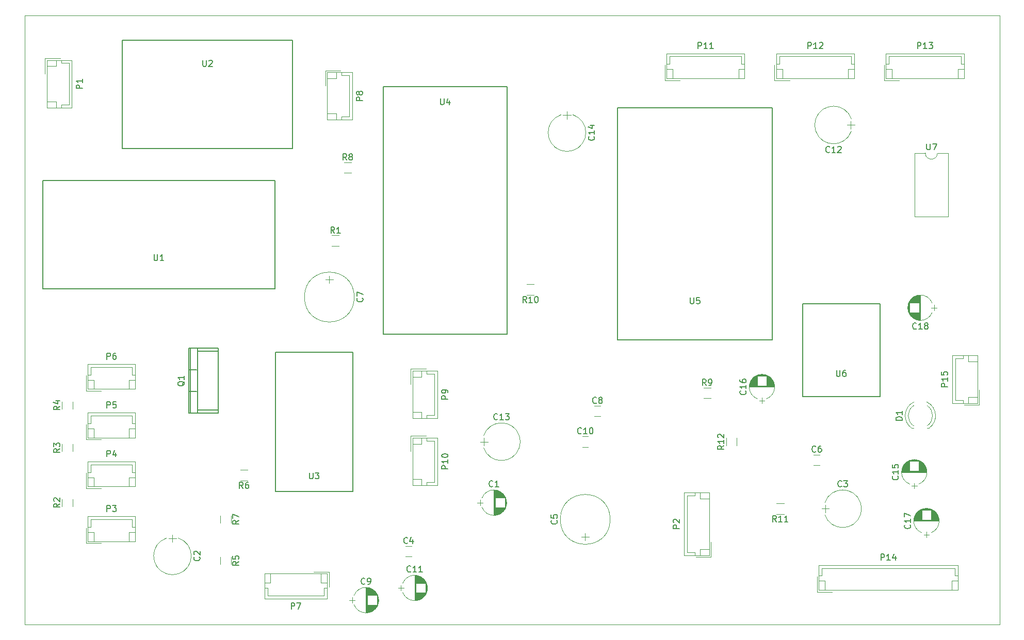
<source format=gbr>
G04 #@! TF.FileFunction,Legend,Top*
%FSLAX46Y46*%
G04 Gerber Fmt 4.6, Leading zero omitted, Abs format (unit mm)*
G04 Created by KiCad (PCBNEW 4.0.5) date 06/25/17 19:58:10*
%MOMM*%
%LPD*%
G01*
G04 APERTURE LIST*
%ADD10C,0.150000*%
%ADD11C,0.100000*%
%ADD12C,0.120000*%
G04 APERTURE END LIST*
D10*
D11*
X60000000Y-140000000D02*
X60000000Y-40000000D01*
X220000000Y-140000000D02*
X60000000Y-140000000D01*
X220000000Y-40000000D02*
X220000000Y-140000000D01*
X60000000Y-40000000D02*
X220000000Y-40000000D01*
D12*
X137000000Y-117950000D02*
X137000000Y-122050000D01*
X137040000Y-117950000D02*
X137040000Y-122050000D01*
X137080000Y-117951000D02*
X137080000Y-122049000D01*
X137120000Y-117953000D02*
X137120000Y-122047000D01*
X137160000Y-117956000D02*
X137160000Y-122044000D01*
X137200000Y-117959000D02*
X137200000Y-122041000D01*
X137240000Y-117963000D02*
X137240000Y-119220000D01*
X137240000Y-120780000D02*
X137240000Y-122037000D01*
X137280000Y-117968000D02*
X137280000Y-119220000D01*
X137280000Y-120780000D02*
X137280000Y-122032000D01*
X137320000Y-117974000D02*
X137320000Y-119220000D01*
X137320000Y-120780000D02*
X137320000Y-122026000D01*
X137360000Y-117981000D02*
X137360000Y-119220000D01*
X137360000Y-120780000D02*
X137360000Y-122019000D01*
X137400000Y-117988000D02*
X137400000Y-119220000D01*
X137400000Y-120780000D02*
X137400000Y-122012000D01*
X137440000Y-117996000D02*
X137440000Y-119220000D01*
X137440000Y-120780000D02*
X137440000Y-122004000D01*
X137480000Y-118005000D02*
X137480000Y-119220000D01*
X137480000Y-120780000D02*
X137480000Y-121995000D01*
X137520000Y-118015000D02*
X137520000Y-119220000D01*
X137520000Y-120780000D02*
X137520000Y-121985000D01*
X137560000Y-118026000D02*
X137560000Y-119220000D01*
X137560000Y-120780000D02*
X137560000Y-121974000D01*
X137600000Y-118037000D02*
X137600000Y-119220000D01*
X137600000Y-120780000D02*
X137600000Y-121963000D01*
X137640000Y-118050000D02*
X137640000Y-119220000D01*
X137640000Y-120780000D02*
X137640000Y-121950000D01*
X137680000Y-118063000D02*
X137680000Y-119220000D01*
X137680000Y-120780000D02*
X137680000Y-121937000D01*
X137721000Y-118077000D02*
X137721000Y-119220000D01*
X137721000Y-120780000D02*
X137721000Y-121923000D01*
X137761000Y-118093000D02*
X137761000Y-119220000D01*
X137761000Y-120780000D02*
X137761000Y-121907000D01*
X137801000Y-118109000D02*
X137801000Y-119220000D01*
X137801000Y-120780000D02*
X137801000Y-121891000D01*
X137841000Y-118126000D02*
X137841000Y-119220000D01*
X137841000Y-120780000D02*
X137841000Y-121874000D01*
X137881000Y-118144000D02*
X137881000Y-119220000D01*
X137881000Y-120780000D02*
X137881000Y-121856000D01*
X137921000Y-118163000D02*
X137921000Y-119220000D01*
X137921000Y-120780000D02*
X137921000Y-121837000D01*
X137961000Y-118183000D02*
X137961000Y-119220000D01*
X137961000Y-120780000D02*
X137961000Y-121817000D01*
X138001000Y-118204000D02*
X138001000Y-119220000D01*
X138001000Y-120780000D02*
X138001000Y-121796000D01*
X138041000Y-118227000D02*
X138041000Y-119220000D01*
X138041000Y-120780000D02*
X138041000Y-121773000D01*
X138081000Y-118250000D02*
X138081000Y-119220000D01*
X138081000Y-120780000D02*
X138081000Y-121750000D01*
X138121000Y-118275000D02*
X138121000Y-119220000D01*
X138121000Y-120780000D02*
X138121000Y-121725000D01*
X138161000Y-118301000D02*
X138161000Y-119220000D01*
X138161000Y-120780000D02*
X138161000Y-121699000D01*
X138201000Y-118328000D02*
X138201000Y-119220000D01*
X138201000Y-120780000D02*
X138201000Y-121672000D01*
X138241000Y-118357000D02*
X138241000Y-119220000D01*
X138241000Y-120780000D02*
X138241000Y-121643000D01*
X138281000Y-118387000D02*
X138281000Y-119220000D01*
X138281000Y-120780000D02*
X138281000Y-121613000D01*
X138321000Y-118419000D02*
X138321000Y-119220000D01*
X138321000Y-120780000D02*
X138321000Y-121581000D01*
X138361000Y-118453000D02*
X138361000Y-119220000D01*
X138361000Y-120780000D02*
X138361000Y-121547000D01*
X138401000Y-118488000D02*
X138401000Y-119220000D01*
X138401000Y-120780000D02*
X138401000Y-121512000D01*
X138441000Y-118525000D02*
X138441000Y-119220000D01*
X138441000Y-120780000D02*
X138441000Y-121475000D01*
X138481000Y-118564000D02*
X138481000Y-119220000D01*
X138481000Y-120780000D02*
X138481000Y-121436000D01*
X138521000Y-118605000D02*
X138521000Y-119220000D01*
X138521000Y-120780000D02*
X138521000Y-121395000D01*
X138561000Y-118649000D02*
X138561000Y-119220000D01*
X138561000Y-120780000D02*
X138561000Y-121351000D01*
X138601000Y-118695000D02*
X138601000Y-119220000D01*
X138601000Y-120780000D02*
X138601000Y-121305000D01*
X138641000Y-118744000D02*
X138641000Y-119220000D01*
X138641000Y-120780000D02*
X138641000Y-121256000D01*
X138681000Y-118796000D02*
X138681000Y-119220000D01*
X138681000Y-120780000D02*
X138681000Y-121204000D01*
X138721000Y-118852000D02*
X138721000Y-119220000D01*
X138721000Y-120780000D02*
X138721000Y-121148000D01*
X138761000Y-118912000D02*
X138761000Y-119220000D01*
X138761000Y-120780000D02*
X138761000Y-121088000D01*
X138801000Y-118977000D02*
X138801000Y-121023000D01*
X138841000Y-119048000D02*
X138841000Y-120952000D01*
X138881000Y-119126000D02*
X138881000Y-120874000D01*
X138921000Y-119214000D02*
X138921000Y-120786000D01*
X138961000Y-119314000D02*
X138961000Y-120686000D01*
X139001000Y-119433000D02*
X139001000Y-120567000D01*
X139041000Y-119585000D02*
X139041000Y-120415000D01*
X139081000Y-119835000D02*
X139081000Y-120165000D01*
X134300000Y-120000000D02*
X135200000Y-120000000D01*
X134750000Y-119550000D02*
X134750000Y-120450000D01*
X138939361Y-119220911D02*
G75*
G03X135061005Y-119220000I-1939361J-779089D01*
G01*
X138939361Y-120779089D02*
G75*
G02X135061005Y-120780000I-1939361J779089D01*
G01*
X138939361Y-120779089D02*
G75*
G03X138938995Y-119220000I-1939361J779089D01*
G01*
X84250000Y-125300000D02*
X84250000Y-126500000D01*
X84900000Y-125900000D02*
X83600000Y-125900000D01*
X85230943Y-131680162D02*
G75*
G03X85230000Y-125819522I-980943J2930162D01*
G01*
X83269057Y-131680162D02*
G75*
G02X83270000Y-125819522I980943J2930162D01*
G01*
X83269057Y-131680162D02*
G75*
G03X85230000Y-131680478I980943J2930162D01*
G01*
X190800000Y-121000000D02*
X192000000Y-121000000D01*
X191400000Y-120350000D02*
X191400000Y-121650000D01*
X197180162Y-120019057D02*
G75*
G03X191319522Y-120020000I-2930162J-980943D01*
G01*
X197180162Y-121980943D02*
G75*
G02X191319522Y-121980000I-2930162J980943D01*
G01*
X197180162Y-121980943D02*
G75*
G03X197180478Y-120020000I-2930162J980943D01*
G01*
X123500000Y-127150000D02*
X122500000Y-127150000D01*
X122500000Y-128850000D02*
X123500000Y-128850000D01*
X152000000Y-126200000D02*
X152000000Y-125000000D01*
X151350000Y-125600000D02*
X152650000Y-125600000D01*
X156090000Y-122750000D02*
G75*
G03X156090000Y-122750000I-4090000J0D01*
G01*
X190500000Y-112150000D02*
X189500000Y-112150000D01*
X189500000Y-113850000D02*
X190500000Y-113850000D01*
X110000000Y-82800000D02*
X110000000Y-84000000D01*
X110650000Y-83400000D02*
X109350000Y-83400000D01*
X114090000Y-86250000D02*
G75*
G03X114090000Y-86250000I-4090000J0D01*
G01*
X154500000Y-104150000D02*
X153500000Y-104150000D01*
X153500000Y-105850000D02*
X154500000Y-105850000D01*
X116000000Y-133950000D02*
X116000000Y-138050000D01*
X116040000Y-133950000D02*
X116040000Y-138050000D01*
X116080000Y-133951000D02*
X116080000Y-138049000D01*
X116120000Y-133953000D02*
X116120000Y-138047000D01*
X116160000Y-133956000D02*
X116160000Y-138044000D01*
X116200000Y-133959000D02*
X116200000Y-138041000D01*
X116240000Y-133963000D02*
X116240000Y-135220000D01*
X116240000Y-136780000D02*
X116240000Y-138037000D01*
X116280000Y-133968000D02*
X116280000Y-135220000D01*
X116280000Y-136780000D02*
X116280000Y-138032000D01*
X116320000Y-133974000D02*
X116320000Y-135220000D01*
X116320000Y-136780000D02*
X116320000Y-138026000D01*
X116360000Y-133981000D02*
X116360000Y-135220000D01*
X116360000Y-136780000D02*
X116360000Y-138019000D01*
X116400000Y-133988000D02*
X116400000Y-135220000D01*
X116400000Y-136780000D02*
X116400000Y-138012000D01*
X116440000Y-133996000D02*
X116440000Y-135220000D01*
X116440000Y-136780000D02*
X116440000Y-138004000D01*
X116480000Y-134005000D02*
X116480000Y-135220000D01*
X116480000Y-136780000D02*
X116480000Y-137995000D01*
X116520000Y-134015000D02*
X116520000Y-135220000D01*
X116520000Y-136780000D02*
X116520000Y-137985000D01*
X116560000Y-134026000D02*
X116560000Y-135220000D01*
X116560000Y-136780000D02*
X116560000Y-137974000D01*
X116600000Y-134037000D02*
X116600000Y-135220000D01*
X116600000Y-136780000D02*
X116600000Y-137963000D01*
X116640000Y-134050000D02*
X116640000Y-135220000D01*
X116640000Y-136780000D02*
X116640000Y-137950000D01*
X116680000Y-134063000D02*
X116680000Y-135220000D01*
X116680000Y-136780000D02*
X116680000Y-137937000D01*
X116721000Y-134077000D02*
X116721000Y-135220000D01*
X116721000Y-136780000D02*
X116721000Y-137923000D01*
X116761000Y-134093000D02*
X116761000Y-135220000D01*
X116761000Y-136780000D02*
X116761000Y-137907000D01*
X116801000Y-134109000D02*
X116801000Y-135220000D01*
X116801000Y-136780000D02*
X116801000Y-137891000D01*
X116841000Y-134126000D02*
X116841000Y-135220000D01*
X116841000Y-136780000D02*
X116841000Y-137874000D01*
X116881000Y-134144000D02*
X116881000Y-135220000D01*
X116881000Y-136780000D02*
X116881000Y-137856000D01*
X116921000Y-134163000D02*
X116921000Y-135220000D01*
X116921000Y-136780000D02*
X116921000Y-137837000D01*
X116961000Y-134183000D02*
X116961000Y-135220000D01*
X116961000Y-136780000D02*
X116961000Y-137817000D01*
X117001000Y-134204000D02*
X117001000Y-135220000D01*
X117001000Y-136780000D02*
X117001000Y-137796000D01*
X117041000Y-134227000D02*
X117041000Y-135220000D01*
X117041000Y-136780000D02*
X117041000Y-137773000D01*
X117081000Y-134250000D02*
X117081000Y-135220000D01*
X117081000Y-136780000D02*
X117081000Y-137750000D01*
X117121000Y-134275000D02*
X117121000Y-135220000D01*
X117121000Y-136780000D02*
X117121000Y-137725000D01*
X117161000Y-134301000D02*
X117161000Y-135220000D01*
X117161000Y-136780000D02*
X117161000Y-137699000D01*
X117201000Y-134328000D02*
X117201000Y-135220000D01*
X117201000Y-136780000D02*
X117201000Y-137672000D01*
X117241000Y-134357000D02*
X117241000Y-135220000D01*
X117241000Y-136780000D02*
X117241000Y-137643000D01*
X117281000Y-134387000D02*
X117281000Y-135220000D01*
X117281000Y-136780000D02*
X117281000Y-137613000D01*
X117321000Y-134419000D02*
X117321000Y-135220000D01*
X117321000Y-136780000D02*
X117321000Y-137581000D01*
X117361000Y-134453000D02*
X117361000Y-135220000D01*
X117361000Y-136780000D02*
X117361000Y-137547000D01*
X117401000Y-134488000D02*
X117401000Y-135220000D01*
X117401000Y-136780000D02*
X117401000Y-137512000D01*
X117441000Y-134525000D02*
X117441000Y-135220000D01*
X117441000Y-136780000D02*
X117441000Y-137475000D01*
X117481000Y-134564000D02*
X117481000Y-135220000D01*
X117481000Y-136780000D02*
X117481000Y-137436000D01*
X117521000Y-134605000D02*
X117521000Y-135220000D01*
X117521000Y-136780000D02*
X117521000Y-137395000D01*
X117561000Y-134649000D02*
X117561000Y-135220000D01*
X117561000Y-136780000D02*
X117561000Y-137351000D01*
X117601000Y-134695000D02*
X117601000Y-135220000D01*
X117601000Y-136780000D02*
X117601000Y-137305000D01*
X117641000Y-134744000D02*
X117641000Y-135220000D01*
X117641000Y-136780000D02*
X117641000Y-137256000D01*
X117681000Y-134796000D02*
X117681000Y-135220000D01*
X117681000Y-136780000D02*
X117681000Y-137204000D01*
X117721000Y-134852000D02*
X117721000Y-135220000D01*
X117721000Y-136780000D02*
X117721000Y-137148000D01*
X117761000Y-134912000D02*
X117761000Y-135220000D01*
X117761000Y-136780000D02*
X117761000Y-137088000D01*
X117801000Y-134977000D02*
X117801000Y-137023000D01*
X117841000Y-135048000D02*
X117841000Y-136952000D01*
X117881000Y-135126000D02*
X117881000Y-136874000D01*
X117921000Y-135214000D02*
X117921000Y-136786000D01*
X117961000Y-135314000D02*
X117961000Y-136686000D01*
X118001000Y-135433000D02*
X118001000Y-136567000D01*
X118041000Y-135585000D02*
X118041000Y-136415000D01*
X118081000Y-135835000D02*
X118081000Y-136165000D01*
X113300000Y-136000000D02*
X114200000Y-136000000D01*
X113750000Y-135550000D02*
X113750000Y-136450000D01*
X117939361Y-135220911D02*
G75*
G03X114061005Y-135220000I-1939361J-779089D01*
G01*
X117939361Y-136779089D02*
G75*
G02X114061005Y-136780000I-1939361J779089D01*
G01*
X117939361Y-136779089D02*
G75*
G03X117938995Y-135220000I-1939361J779089D01*
G01*
X152500000Y-109150000D02*
X151500000Y-109150000D01*
X151500000Y-110850000D02*
X152500000Y-110850000D01*
X124000000Y-131950000D02*
X124000000Y-136050000D01*
X124040000Y-131950000D02*
X124040000Y-136050000D01*
X124080000Y-131951000D02*
X124080000Y-136049000D01*
X124120000Y-131953000D02*
X124120000Y-136047000D01*
X124160000Y-131956000D02*
X124160000Y-136044000D01*
X124200000Y-131959000D02*
X124200000Y-136041000D01*
X124240000Y-131963000D02*
X124240000Y-133220000D01*
X124240000Y-134780000D02*
X124240000Y-136037000D01*
X124280000Y-131968000D02*
X124280000Y-133220000D01*
X124280000Y-134780000D02*
X124280000Y-136032000D01*
X124320000Y-131974000D02*
X124320000Y-133220000D01*
X124320000Y-134780000D02*
X124320000Y-136026000D01*
X124360000Y-131981000D02*
X124360000Y-133220000D01*
X124360000Y-134780000D02*
X124360000Y-136019000D01*
X124400000Y-131988000D02*
X124400000Y-133220000D01*
X124400000Y-134780000D02*
X124400000Y-136012000D01*
X124440000Y-131996000D02*
X124440000Y-133220000D01*
X124440000Y-134780000D02*
X124440000Y-136004000D01*
X124480000Y-132005000D02*
X124480000Y-133220000D01*
X124480000Y-134780000D02*
X124480000Y-135995000D01*
X124520000Y-132015000D02*
X124520000Y-133220000D01*
X124520000Y-134780000D02*
X124520000Y-135985000D01*
X124560000Y-132026000D02*
X124560000Y-133220000D01*
X124560000Y-134780000D02*
X124560000Y-135974000D01*
X124600000Y-132037000D02*
X124600000Y-133220000D01*
X124600000Y-134780000D02*
X124600000Y-135963000D01*
X124640000Y-132050000D02*
X124640000Y-133220000D01*
X124640000Y-134780000D02*
X124640000Y-135950000D01*
X124680000Y-132063000D02*
X124680000Y-133220000D01*
X124680000Y-134780000D02*
X124680000Y-135937000D01*
X124721000Y-132077000D02*
X124721000Y-133220000D01*
X124721000Y-134780000D02*
X124721000Y-135923000D01*
X124761000Y-132093000D02*
X124761000Y-133220000D01*
X124761000Y-134780000D02*
X124761000Y-135907000D01*
X124801000Y-132109000D02*
X124801000Y-133220000D01*
X124801000Y-134780000D02*
X124801000Y-135891000D01*
X124841000Y-132126000D02*
X124841000Y-133220000D01*
X124841000Y-134780000D02*
X124841000Y-135874000D01*
X124881000Y-132144000D02*
X124881000Y-133220000D01*
X124881000Y-134780000D02*
X124881000Y-135856000D01*
X124921000Y-132163000D02*
X124921000Y-133220000D01*
X124921000Y-134780000D02*
X124921000Y-135837000D01*
X124961000Y-132183000D02*
X124961000Y-133220000D01*
X124961000Y-134780000D02*
X124961000Y-135817000D01*
X125001000Y-132204000D02*
X125001000Y-133220000D01*
X125001000Y-134780000D02*
X125001000Y-135796000D01*
X125041000Y-132227000D02*
X125041000Y-133220000D01*
X125041000Y-134780000D02*
X125041000Y-135773000D01*
X125081000Y-132250000D02*
X125081000Y-133220000D01*
X125081000Y-134780000D02*
X125081000Y-135750000D01*
X125121000Y-132275000D02*
X125121000Y-133220000D01*
X125121000Y-134780000D02*
X125121000Y-135725000D01*
X125161000Y-132301000D02*
X125161000Y-133220000D01*
X125161000Y-134780000D02*
X125161000Y-135699000D01*
X125201000Y-132328000D02*
X125201000Y-133220000D01*
X125201000Y-134780000D02*
X125201000Y-135672000D01*
X125241000Y-132357000D02*
X125241000Y-133220000D01*
X125241000Y-134780000D02*
X125241000Y-135643000D01*
X125281000Y-132387000D02*
X125281000Y-133220000D01*
X125281000Y-134780000D02*
X125281000Y-135613000D01*
X125321000Y-132419000D02*
X125321000Y-133220000D01*
X125321000Y-134780000D02*
X125321000Y-135581000D01*
X125361000Y-132453000D02*
X125361000Y-133220000D01*
X125361000Y-134780000D02*
X125361000Y-135547000D01*
X125401000Y-132488000D02*
X125401000Y-133220000D01*
X125401000Y-134780000D02*
X125401000Y-135512000D01*
X125441000Y-132525000D02*
X125441000Y-133220000D01*
X125441000Y-134780000D02*
X125441000Y-135475000D01*
X125481000Y-132564000D02*
X125481000Y-133220000D01*
X125481000Y-134780000D02*
X125481000Y-135436000D01*
X125521000Y-132605000D02*
X125521000Y-133220000D01*
X125521000Y-134780000D02*
X125521000Y-135395000D01*
X125561000Y-132649000D02*
X125561000Y-133220000D01*
X125561000Y-134780000D02*
X125561000Y-135351000D01*
X125601000Y-132695000D02*
X125601000Y-133220000D01*
X125601000Y-134780000D02*
X125601000Y-135305000D01*
X125641000Y-132744000D02*
X125641000Y-133220000D01*
X125641000Y-134780000D02*
X125641000Y-135256000D01*
X125681000Y-132796000D02*
X125681000Y-133220000D01*
X125681000Y-134780000D02*
X125681000Y-135204000D01*
X125721000Y-132852000D02*
X125721000Y-133220000D01*
X125721000Y-134780000D02*
X125721000Y-135148000D01*
X125761000Y-132912000D02*
X125761000Y-133220000D01*
X125761000Y-134780000D02*
X125761000Y-135088000D01*
X125801000Y-132977000D02*
X125801000Y-135023000D01*
X125841000Y-133048000D02*
X125841000Y-134952000D01*
X125881000Y-133126000D02*
X125881000Y-134874000D01*
X125921000Y-133214000D02*
X125921000Y-134786000D01*
X125961000Y-133314000D02*
X125961000Y-134686000D01*
X126001000Y-133433000D02*
X126001000Y-134567000D01*
X126041000Y-133585000D02*
X126041000Y-134415000D01*
X126081000Y-133835000D02*
X126081000Y-134165000D01*
X121300000Y-134000000D02*
X122200000Y-134000000D01*
X121750000Y-133550000D02*
X121750000Y-134450000D01*
X125939361Y-133220911D02*
G75*
G03X122061005Y-133220000I-1939361J-779089D01*
G01*
X125939361Y-134779089D02*
G75*
G02X122061005Y-134780000I-1939361J779089D01*
G01*
X125939361Y-134779089D02*
G75*
G03X125938995Y-133220000I-1939361J779089D01*
G01*
X196200000Y-58000000D02*
X195000000Y-58000000D01*
X195600000Y-58650000D02*
X195600000Y-57350000D01*
X189819838Y-58980943D02*
G75*
G03X195680478Y-58980000I2930162J980943D01*
G01*
X189819838Y-57019057D02*
G75*
G02X195680478Y-57020000I2930162J-980943D01*
G01*
X189819838Y-57019057D02*
G75*
G03X189819522Y-58980000I2930162J-980943D01*
G01*
X134800000Y-110000000D02*
X136000000Y-110000000D01*
X135400000Y-109350000D02*
X135400000Y-110650000D01*
X141180162Y-109019057D02*
G75*
G03X135319522Y-109020000I-2930162J-980943D01*
G01*
X141180162Y-110980943D02*
G75*
G02X135319522Y-110980000I-2930162J980943D01*
G01*
X141180162Y-110980943D02*
G75*
G03X141180478Y-109020000I-2930162J980943D01*
G01*
X149000000Y-55800000D02*
X149000000Y-57000000D01*
X149650000Y-56400000D02*
X148350000Y-56400000D01*
X149980943Y-62180162D02*
G75*
G03X149980000Y-56319522I-980943J2930162D01*
G01*
X148019057Y-62180162D02*
G75*
G02X148020000Y-56319522I980943J2930162D01*
G01*
X148019057Y-62180162D02*
G75*
G03X149980000Y-62180478I980943J2930162D01*
G01*
X203950000Y-115000000D02*
X208050000Y-115000000D01*
X203950000Y-114960000D02*
X208050000Y-114960000D01*
X203951000Y-114920000D02*
X208049000Y-114920000D01*
X203953000Y-114880000D02*
X208047000Y-114880000D01*
X203956000Y-114840000D02*
X208044000Y-114840000D01*
X203959000Y-114800000D02*
X208041000Y-114800000D01*
X203963000Y-114760000D02*
X205220000Y-114760000D01*
X206780000Y-114760000D02*
X208037000Y-114760000D01*
X203968000Y-114720000D02*
X205220000Y-114720000D01*
X206780000Y-114720000D02*
X208032000Y-114720000D01*
X203974000Y-114680000D02*
X205220000Y-114680000D01*
X206780000Y-114680000D02*
X208026000Y-114680000D01*
X203981000Y-114640000D02*
X205220000Y-114640000D01*
X206780000Y-114640000D02*
X208019000Y-114640000D01*
X203988000Y-114600000D02*
X205220000Y-114600000D01*
X206780000Y-114600000D02*
X208012000Y-114600000D01*
X203996000Y-114560000D02*
X205220000Y-114560000D01*
X206780000Y-114560000D02*
X208004000Y-114560000D01*
X204005000Y-114520000D02*
X205220000Y-114520000D01*
X206780000Y-114520000D02*
X207995000Y-114520000D01*
X204015000Y-114480000D02*
X205220000Y-114480000D01*
X206780000Y-114480000D02*
X207985000Y-114480000D01*
X204026000Y-114440000D02*
X205220000Y-114440000D01*
X206780000Y-114440000D02*
X207974000Y-114440000D01*
X204037000Y-114400000D02*
X205220000Y-114400000D01*
X206780000Y-114400000D02*
X207963000Y-114400000D01*
X204050000Y-114360000D02*
X205220000Y-114360000D01*
X206780000Y-114360000D02*
X207950000Y-114360000D01*
X204063000Y-114320000D02*
X205220000Y-114320000D01*
X206780000Y-114320000D02*
X207937000Y-114320000D01*
X204077000Y-114279000D02*
X205220000Y-114279000D01*
X206780000Y-114279000D02*
X207923000Y-114279000D01*
X204093000Y-114239000D02*
X205220000Y-114239000D01*
X206780000Y-114239000D02*
X207907000Y-114239000D01*
X204109000Y-114199000D02*
X205220000Y-114199000D01*
X206780000Y-114199000D02*
X207891000Y-114199000D01*
X204126000Y-114159000D02*
X205220000Y-114159000D01*
X206780000Y-114159000D02*
X207874000Y-114159000D01*
X204144000Y-114119000D02*
X205220000Y-114119000D01*
X206780000Y-114119000D02*
X207856000Y-114119000D01*
X204163000Y-114079000D02*
X205220000Y-114079000D01*
X206780000Y-114079000D02*
X207837000Y-114079000D01*
X204183000Y-114039000D02*
X205220000Y-114039000D01*
X206780000Y-114039000D02*
X207817000Y-114039000D01*
X204204000Y-113999000D02*
X205220000Y-113999000D01*
X206780000Y-113999000D02*
X207796000Y-113999000D01*
X204227000Y-113959000D02*
X205220000Y-113959000D01*
X206780000Y-113959000D02*
X207773000Y-113959000D01*
X204250000Y-113919000D02*
X205220000Y-113919000D01*
X206780000Y-113919000D02*
X207750000Y-113919000D01*
X204275000Y-113879000D02*
X205220000Y-113879000D01*
X206780000Y-113879000D02*
X207725000Y-113879000D01*
X204301000Y-113839000D02*
X205220000Y-113839000D01*
X206780000Y-113839000D02*
X207699000Y-113839000D01*
X204328000Y-113799000D02*
X205220000Y-113799000D01*
X206780000Y-113799000D02*
X207672000Y-113799000D01*
X204357000Y-113759000D02*
X205220000Y-113759000D01*
X206780000Y-113759000D02*
X207643000Y-113759000D01*
X204387000Y-113719000D02*
X205220000Y-113719000D01*
X206780000Y-113719000D02*
X207613000Y-113719000D01*
X204419000Y-113679000D02*
X205220000Y-113679000D01*
X206780000Y-113679000D02*
X207581000Y-113679000D01*
X204453000Y-113639000D02*
X205220000Y-113639000D01*
X206780000Y-113639000D02*
X207547000Y-113639000D01*
X204488000Y-113599000D02*
X205220000Y-113599000D01*
X206780000Y-113599000D02*
X207512000Y-113599000D01*
X204525000Y-113559000D02*
X205220000Y-113559000D01*
X206780000Y-113559000D02*
X207475000Y-113559000D01*
X204564000Y-113519000D02*
X205220000Y-113519000D01*
X206780000Y-113519000D02*
X207436000Y-113519000D01*
X204605000Y-113479000D02*
X205220000Y-113479000D01*
X206780000Y-113479000D02*
X207395000Y-113479000D01*
X204649000Y-113439000D02*
X205220000Y-113439000D01*
X206780000Y-113439000D02*
X207351000Y-113439000D01*
X204695000Y-113399000D02*
X205220000Y-113399000D01*
X206780000Y-113399000D02*
X207305000Y-113399000D01*
X204744000Y-113359000D02*
X205220000Y-113359000D01*
X206780000Y-113359000D02*
X207256000Y-113359000D01*
X204796000Y-113319000D02*
X205220000Y-113319000D01*
X206780000Y-113319000D02*
X207204000Y-113319000D01*
X204852000Y-113279000D02*
X205220000Y-113279000D01*
X206780000Y-113279000D02*
X207148000Y-113279000D01*
X204912000Y-113239000D02*
X205220000Y-113239000D01*
X206780000Y-113239000D02*
X207088000Y-113239000D01*
X204977000Y-113199000D02*
X207023000Y-113199000D01*
X205048000Y-113159000D02*
X206952000Y-113159000D01*
X205126000Y-113119000D02*
X206874000Y-113119000D01*
X205214000Y-113079000D02*
X206786000Y-113079000D01*
X205314000Y-113039000D02*
X206686000Y-113039000D01*
X205433000Y-112999000D02*
X206567000Y-112999000D01*
X205585000Y-112959000D02*
X206415000Y-112959000D01*
X205835000Y-112919000D02*
X206165000Y-112919000D01*
X206000000Y-117700000D02*
X206000000Y-116800000D01*
X205550000Y-117250000D02*
X206450000Y-117250000D01*
X205220911Y-113060639D02*
G75*
G03X205220000Y-116938995I779089J-1939361D01*
G01*
X206779089Y-113060639D02*
G75*
G02X206780000Y-116938995I-779089J-1939361D01*
G01*
X206779089Y-113060639D02*
G75*
G03X205220000Y-113061005I-779089J-1939361D01*
G01*
X178950000Y-101000000D02*
X183050000Y-101000000D01*
X178950000Y-100960000D02*
X183050000Y-100960000D01*
X178951000Y-100920000D02*
X183049000Y-100920000D01*
X178953000Y-100880000D02*
X183047000Y-100880000D01*
X178956000Y-100840000D02*
X183044000Y-100840000D01*
X178959000Y-100800000D02*
X183041000Y-100800000D01*
X178963000Y-100760000D02*
X180220000Y-100760000D01*
X181780000Y-100760000D02*
X183037000Y-100760000D01*
X178968000Y-100720000D02*
X180220000Y-100720000D01*
X181780000Y-100720000D02*
X183032000Y-100720000D01*
X178974000Y-100680000D02*
X180220000Y-100680000D01*
X181780000Y-100680000D02*
X183026000Y-100680000D01*
X178981000Y-100640000D02*
X180220000Y-100640000D01*
X181780000Y-100640000D02*
X183019000Y-100640000D01*
X178988000Y-100600000D02*
X180220000Y-100600000D01*
X181780000Y-100600000D02*
X183012000Y-100600000D01*
X178996000Y-100560000D02*
X180220000Y-100560000D01*
X181780000Y-100560000D02*
X183004000Y-100560000D01*
X179005000Y-100520000D02*
X180220000Y-100520000D01*
X181780000Y-100520000D02*
X182995000Y-100520000D01*
X179015000Y-100480000D02*
X180220000Y-100480000D01*
X181780000Y-100480000D02*
X182985000Y-100480000D01*
X179026000Y-100440000D02*
X180220000Y-100440000D01*
X181780000Y-100440000D02*
X182974000Y-100440000D01*
X179037000Y-100400000D02*
X180220000Y-100400000D01*
X181780000Y-100400000D02*
X182963000Y-100400000D01*
X179050000Y-100360000D02*
X180220000Y-100360000D01*
X181780000Y-100360000D02*
X182950000Y-100360000D01*
X179063000Y-100320000D02*
X180220000Y-100320000D01*
X181780000Y-100320000D02*
X182937000Y-100320000D01*
X179077000Y-100279000D02*
X180220000Y-100279000D01*
X181780000Y-100279000D02*
X182923000Y-100279000D01*
X179093000Y-100239000D02*
X180220000Y-100239000D01*
X181780000Y-100239000D02*
X182907000Y-100239000D01*
X179109000Y-100199000D02*
X180220000Y-100199000D01*
X181780000Y-100199000D02*
X182891000Y-100199000D01*
X179126000Y-100159000D02*
X180220000Y-100159000D01*
X181780000Y-100159000D02*
X182874000Y-100159000D01*
X179144000Y-100119000D02*
X180220000Y-100119000D01*
X181780000Y-100119000D02*
X182856000Y-100119000D01*
X179163000Y-100079000D02*
X180220000Y-100079000D01*
X181780000Y-100079000D02*
X182837000Y-100079000D01*
X179183000Y-100039000D02*
X180220000Y-100039000D01*
X181780000Y-100039000D02*
X182817000Y-100039000D01*
X179204000Y-99999000D02*
X180220000Y-99999000D01*
X181780000Y-99999000D02*
X182796000Y-99999000D01*
X179227000Y-99959000D02*
X180220000Y-99959000D01*
X181780000Y-99959000D02*
X182773000Y-99959000D01*
X179250000Y-99919000D02*
X180220000Y-99919000D01*
X181780000Y-99919000D02*
X182750000Y-99919000D01*
X179275000Y-99879000D02*
X180220000Y-99879000D01*
X181780000Y-99879000D02*
X182725000Y-99879000D01*
X179301000Y-99839000D02*
X180220000Y-99839000D01*
X181780000Y-99839000D02*
X182699000Y-99839000D01*
X179328000Y-99799000D02*
X180220000Y-99799000D01*
X181780000Y-99799000D02*
X182672000Y-99799000D01*
X179357000Y-99759000D02*
X180220000Y-99759000D01*
X181780000Y-99759000D02*
X182643000Y-99759000D01*
X179387000Y-99719000D02*
X180220000Y-99719000D01*
X181780000Y-99719000D02*
X182613000Y-99719000D01*
X179419000Y-99679000D02*
X180220000Y-99679000D01*
X181780000Y-99679000D02*
X182581000Y-99679000D01*
X179453000Y-99639000D02*
X180220000Y-99639000D01*
X181780000Y-99639000D02*
X182547000Y-99639000D01*
X179488000Y-99599000D02*
X180220000Y-99599000D01*
X181780000Y-99599000D02*
X182512000Y-99599000D01*
X179525000Y-99559000D02*
X180220000Y-99559000D01*
X181780000Y-99559000D02*
X182475000Y-99559000D01*
X179564000Y-99519000D02*
X180220000Y-99519000D01*
X181780000Y-99519000D02*
X182436000Y-99519000D01*
X179605000Y-99479000D02*
X180220000Y-99479000D01*
X181780000Y-99479000D02*
X182395000Y-99479000D01*
X179649000Y-99439000D02*
X180220000Y-99439000D01*
X181780000Y-99439000D02*
X182351000Y-99439000D01*
X179695000Y-99399000D02*
X180220000Y-99399000D01*
X181780000Y-99399000D02*
X182305000Y-99399000D01*
X179744000Y-99359000D02*
X180220000Y-99359000D01*
X181780000Y-99359000D02*
X182256000Y-99359000D01*
X179796000Y-99319000D02*
X180220000Y-99319000D01*
X181780000Y-99319000D02*
X182204000Y-99319000D01*
X179852000Y-99279000D02*
X180220000Y-99279000D01*
X181780000Y-99279000D02*
X182148000Y-99279000D01*
X179912000Y-99239000D02*
X180220000Y-99239000D01*
X181780000Y-99239000D02*
X182088000Y-99239000D01*
X179977000Y-99199000D02*
X182023000Y-99199000D01*
X180048000Y-99159000D02*
X181952000Y-99159000D01*
X180126000Y-99119000D02*
X181874000Y-99119000D01*
X180214000Y-99079000D02*
X181786000Y-99079000D01*
X180314000Y-99039000D02*
X181686000Y-99039000D01*
X180433000Y-98999000D02*
X181567000Y-98999000D01*
X180585000Y-98959000D02*
X181415000Y-98959000D01*
X180835000Y-98919000D02*
X181165000Y-98919000D01*
X181000000Y-103700000D02*
X181000000Y-102800000D01*
X180550000Y-103250000D02*
X181450000Y-103250000D01*
X180220911Y-99060639D02*
G75*
G03X180220000Y-102938995I779089J-1939361D01*
G01*
X181779089Y-99060639D02*
G75*
G02X181780000Y-102938995I-779089J-1939361D01*
G01*
X181779089Y-99060639D02*
G75*
G03X180220000Y-99061005I-779089J-1939361D01*
G01*
X205950000Y-123000000D02*
X210050000Y-123000000D01*
X205950000Y-122960000D02*
X210050000Y-122960000D01*
X205951000Y-122920000D02*
X210049000Y-122920000D01*
X205953000Y-122880000D02*
X210047000Y-122880000D01*
X205956000Y-122840000D02*
X210044000Y-122840000D01*
X205959000Y-122800000D02*
X210041000Y-122800000D01*
X205963000Y-122760000D02*
X207220000Y-122760000D01*
X208780000Y-122760000D02*
X210037000Y-122760000D01*
X205968000Y-122720000D02*
X207220000Y-122720000D01*
X208780000Y-122720000D02*
X210032000Y-122720000D01*
X205974000Y-122680000D02*
X207220000Y-122680000D01*
X208780000Y-122680000D02*
X210026000Y-122680000D01*
X205981000Y-122640000D02*
X207220000Y-122640000D01*
X208780000Y-122640000D02*
X210019000Y-122640000D01*
X205988000Y-122600000D02*
X207220000Y-122600000D01*
X208780000Y-122600000D02*
X210012000Y-122600000D01*
X205996000Y-122560000D02*
X207220000Y-122560000D01*
X208780000Y-122560000D02*
X210004000Y-122560000D01*
X206005000Y-122520000D02*
X207220000Y-122520000D01*
X208780000Y-122520000D02*
X209995000Y-122520000D01*
X206015000Y-122480000D02*
X207220000Y-122480000D01*
X208780000Y-122480000D02*
X209985000Y-122480000D01*
X206026000Y-122440000D02*
X207220000Y-122440000D01*
X208780000Y-122440000D02*
X209974000Y-122440000D01*
X206037000Y-122400000D02*
X207220000Y-122400000D01*
X208780000Y-122400000D02*
X209963000Y-122400000D01*
X206050000Y-122360000D02*
X207220000Y-122360000D01*
X208780000Y-122360000D02*
X209950000Y-122360000D01*
X206063000Y-122320000D02*
X207220000Y-122320000D01*
X208780000Y-122320000D02*
X209937000Y-122320000D01*
X206077000Y-122279000D02*
X207220000Y-122279000D01*
X208780000Y-122279000D02*
X209923000Y-122279000D01*
X206093000Y-122239000D02*
X207220000Y-122239000D01*
X208780000Y-122239000D02*
X209907000Y-122239000D01*
X206109000Y-122199000D02*
X207220000Y-122199000D01*
X208780000Y-122199000D02*
X209891000Y-122199000D01*
X206126000Y-122159000D02*
X207220000Y-122159000D01*
X208780000Y-122159000D02*
X209874000Y-122159000D01*
X206144000Y-122119000D02*
X207220000Y-122119000D01*
X208780000Y-122119000D02*
X209856000Y-122119000D01*
X206163000Y-122079000D02*
X207220000Y-122079000D01*
X208780000Y-122079000D02*
X209837000Y-122079000D01*
X206183000Y-122039000D02*
X207220000Y-122039000D01*
X208780000Y-122039000D02*
X209817000Y-122039000D01*
X206204000Y-121999000D02*
X207220000Y-121999000D01*
X208780000Y-121999000D02*
X209796000Y-121999000D01*
X206227000Y-121959000D02*
X207220000Y-121959000D01*
X208780000Y-121959000D02*
X209773000Y-121959000D01*
X206250000Y-121919000D02*
X207220000Y-121919000D01*
X208780000Y-121919000D02*
X209750000Y-121919000D01*
X206275000Y-121879000D02*
X207220000Y-121879000D01*
X208780000Y-121879000D02*
X209725000Y-121879000D01*
X206301000Y-121839000D02*
X207220000Y-121839000D01*
X208780000Y-121839000D02*
X209699000Y-121839000D01*
X206328000Y-121799000D02*
X207220000Y-121799000D01*
X208780000Y-121799000D02*
X209672000Y-121799000D01*
X206357000Y-121759000D02*
X207220000Y-121759000D01*
X208780000Y-121759000D02*
X209643000Y-121759000D01*
X206387000Y-121719000D02*
X207220000Y-121719000D01*
X208780000Y-121719000D02*
X209613000Y-121719000D01*
X206419000Y-121679000D02*
X207220000Y-121679000D01*
X208780000Y-121679000D02*
X209581000Y-121679000D01*
X206453000Y-121639000D02*
X207220000Y-121639000D01*
X208780000Y-121639000D02*
X209547000Y-121639000D01*
X206488000Y-121599000D02*
X207220000Y-121599000D01*
X208780000Y-121599000D02*
X209512000Y-121599000D01*
X206525000Y-121559000D02*
X207220000Y-121559000D01*
X208780000Y-121559000D02*
X209475000Y-121559000D01*
X206564000Y-121519000D02*
X207220000Y-121519000D01*
X208780000Y-121519000D02*
X209436000Y-121519000D01*
X206605000Y-121479000D02*
X207220000Y-121479000D01*
X208780000Y-121479000D02*
X209395000Y-121479000D01*
X206649000Y-121439000D02*
X207220000Y-121439000D01*
X208780000Y-121439000D02*
X209351000Y-121439000D01*
X206695000Y-121399000D02*
X207220000Y-121399000D01*
X208780000Y-121399000D02*
X209305000Y-121399000D01*
X206744000Y-121359000D02*
X207220000Y-121359000D01*
X208780000Y-121359000D02*
X209256000Y-121359000D01*
X206796000Y-121319000D02*
X207220000Y-121319000D01*
X208780000Y-121319000D02*
X209204000Y-121319000D01*
X206852000Y-121279000D02*
X207220000Y-121279000D01*
X208780000Y-121279000D02*
X209148000Y-121279000D01*
X206912000Y-121239000D02*
X207220000Y-121239000D01*
X208780000Y-121239000D02*
X209088000Y-121239000D01*
X206977000Y-121199000D02*
X209023000Y-121199000D01*
X207048000Y-121159000D02*
X208952000Y-121159000D01*
X207126000Y-121119000D02*
X208874000Y-121119000D01*
X207214000Y-121079000D02*
X208786000Y-121079000D01*
X207314000Y-121039000D02*
X208686000Y-121039000D01*
X207433000Y-120999000D02*
X208567000Y-120999000D01*
X207585000Y-120959000D02*
X208415000Y-120959000D01*
X207835000Y-120919000D02*
X208165000Y-120919000D01*
X208000000Y-125700000D02*
X208000000Y-124800000D01*
X207550000Y-125250000D02*
X208450000Y-125250000D01*
X207220911Y-121060639D02*
G75*
G03X207220000Y-124938995I779089J-1939361D01*
G01*
X208779089Y-121060639D02*
G75*
G02X208780000Y-124938995I-779089J-1939361D01*
G01*
X208779089Y-121060639D02*
G75*
G03X207220000Y-121061005I-779089J-1939361D01*
G01*
X207000000Y-90050000D02*
X207000000Y-85950000D01*
X206960000Y-90050000D02*
X206960000Y-85950000D01*
X206920000Y-90049000D02*
X206920000Y-85951000D01*
X206880000Y-90047000D02*
X206880000Y-85953000D01*
X206840000Y-90044000D02*
X206840000Y-85956000D01*
X206800000Y-90041000D02*
X206800000Y-85959000D01*
X206760000Y-90037000D02*
X206760000Y-88780000D01*
X206760000Y-87220000D02*
X206760000Y-85963000D01*
X206720000Y-90032000D02*
X206720000Y-88780000D01*
X206720000Y-87220000D02*
X206720000Y-85968000D01*
X206680000Y-90026000D02*
X206680000Y-88780000D01*
X206680000Y-87220000D02*
X206680000Y-85974000D01*
X206640000Y-90019000D02*
X206640000Y-88780000D01*
X206640000Y-87220000D02*
X206640000Y-85981000D01*
X206600000Y-90012000D02*
X206600000Y-88780000D01*
X206600000Y-87220000D02*
X206600000Y-85988000D01*
X206560000Y-90004000D02*
X206560000Y-88780000D01*
X206560000Y-87220000D02*
X206560000Y-85996000D01*
X206520000Y-89995000D02*
X206520000Y-88780000D01*
X206520000Y-87220000D02*
X206520000Y-86005000D01*
X206480000Y-89985000D02*
X206480000Y-88780000D01*
X206480000Y-87220000D02*
X206480000Y-86015000D01*
X206440000Y-89974000D02*
X206440000Y-88780000D01*
X206440000Y-87220000D02*
X206440000Y-86026000D01*
X206400000Y-89963000D02*
X206400000Y-88780000D01*
X206400000Y-87220000D02*
X206400000Y-86037000D01*
X206360000Y-89950000D02*
X206360000Y-88780000D01*
X206360000Y-87220000D02*
X206360000Y-86050000D01*
X206320000Y-89937000D02*
X206320000Y-88780000D01*
X206320000Y-87220000D02*
X206320000Y-86063000D01*
X206279000Y-89923000D02*
X206279000Y-88780000D01*
X206279000Y-87220000D02*
X206279000Y-86077000D01*
X206239000Y-89907000D02*
X206239000Y-88780000D01*
X206239000Y-87220000D02*
X206239000Y-86093000D01*
X206199000Y-89891000D02*
X206199000Y-88780000D01*
X206199000Y-87220000D02*
X206199000Y-86109000D01*
X206159000Y-89874000D02*
X206159000Y-88780000D01*
X206159000Y-87220000D02*
X206159000Y-86126000D01*
X206119000Y-89856000D02*
X206119000Y-88780000D01*
X206119000Y-87220000D02*
X206119000Y-86144000D01*
X206079000Y-89837000D02*
X206079000Y-88780000D01*
X206079000Y-87220000D02*
X206079000Y-86163000D01*
X206039000Y-89817000D02*
X206039000Y-88780000D01*
X206039000Y-87220000D02*
X206039000Y-86183000D01*
X205999000Y-89796000D02*
X205999000Y-88780000D01*
X205999000Y-87220000D02*
X205999000Y-86204000D01*
X205959000Y-89773000D02*
X205959000Y-88780000D01*
X205959000Y-87220000D02*
X205959000Y-86227000D01*
X205919000Y-89750000D02*
X205919000Y-88780000D01*
X205919000Y-87220000D02*
X205919000Y-86250000D01*
X205879000Y-89725000D02*
X205879000Y-88780000D01*
X205879000Y-87220000D02*
X205879000Y-86275000D01*
X205839000Y-89699000D02*
X205839000Y-88780000D01*
X205839000Y-87220000D02*
X205839000Y-86301000D01*
X205799000Y-89672000D02*
X205799000Y-88780000D01*
X205799000Y-87220000D02*
X205799000Y-86328000D01*
X205759000Y-89643000D02*
X205759000Y-88780000D01*
X205759000Y-87220000D02*
X205759000Y-86357000D01*
X205719000Y-89613000D02*
X205719000Y-88780000D01*
X205719000Y-87220000D02*
X205719000Y-86387000D01*
X205679000Y-89581000D02*
X205679000Y-88780000D01*
X205679000Y-87220000D02*
X205679000Y-86419000D01*
X205639000Y-89547000D02*
X205639000Y-88780000D01*
X205639000Y-87220000D02*
X205639000Y-86453000D01*
X205599000Y-89512000D02*
X205599000Y-88780000D01*
X205599000Y-87220000D02*
X205599000Y-86488000D01*
X205559000Y-89475000D02*
X205559000Y-88780000D01*
X205559000Y-87220000D02*
X205559000Y-86525000D01*
X205519000Y-89436000D02*
X205519000Y-88780000D01*
X205519000Y-87220000D02*
X205519000Y-86564000D01*
X205479000Y-89395000D02*
X205479000Y-88780000D01*
X205479000Y-87220000D02*
X205479000Y-86605000D01*
X205439000Y-89351000D02*
X205439000Y-88780000D01*
X205439000Y-87220000D02*
X205439000Y-86649000D01*
X205399000Y-89305000D02*
X205399000Y-88780000D01*
X205399000Y-87220000D02*
X205399000Y-86695000D01*
X205359000Y-89256000D02*
X205359000Y-88780000D01*
X205359000Y-87220000D02*
X205359000Y-86744000D01*
X205319000Y-89204000D02*
X205319000Y-88780000D01*
X205319000Y-87220000D02*
X205319000Y-86796000D01*
X205279000Y-89148000D02*
X205279000Y-88780000D01*
X205279000Y-87220000D02*
X205279000Y-86852000D01*
X205239000Y-89088000D02*
X205239000Y-88780000D01*
X205239000Y-87220000D02*
X205239000Y-86912000D01*
X205199000Y-89023000D02*
X205199000Y-86977000D01*
X205159000Y-88952000D02*
X205159000Y-87048000D01*
X205119000Y-88874000D02*
X205119000Y-87126000D01*
X205079000Y-88786000D02*
X205079000Y-87214000D01*
X205039000Y-88686000D02*
X205039000Y-87314000D01*
X204999000Y-88567000D02*
X204999000Y-87433000D01*
X204959000Y-88415000D02*
X204959000Y-87585000D01*
X204919000Y-88165000D02*
X204919000Y-87835000D01*
X209700000Y-88000000D02*
X208800000Y-88000000D01*
X209250000Y-88450000D02*
X209250000Y-87550000D01*
X205060639Y-88779089D02*
G75*
G03X208938995Y-88780000I1939361J779089D01*
G01*
X205060639Y-87220911D02*
G75*
G02X208938995Y-87220000I1939361J-779089D01*
G01*
X205060639Y-87220911D02*
G75*
G03X205061005Y-88780000I1939361J-779089D01*
G01*
X205919276Y-103486758D02*
G75*
G03X205601251Y-107790000I1080724J-2243242D01*
G01*
X208080724Y-103486758D02*
G75*
G02X208398749Y-107790000I-1080724J-2243242D01*
G01*
X205919039Y-104047287D02*
G75*
G03X205920000Y-107413330I1080961J-1682713D01*
G01*
X208080961Y-104047287D02*
G75*
G02X208080000Y-107413330I-1080961J-1682713D01*
G01*
X205601000Y-107790000D02*
X205920000Y-107790000D01*
X208080000Y-107790000D02*
X208399000Y-107790000D01*
X67750000Y-47350000D02*
X63650000Y-47350000D01*
X63650000Y-47350000D02*
X63650000Y-55150000D01*
X63650000Y-55150000D02*
X67750000Y-55150000D01*
X67750000Y-55150000D02*
X67750000Y-47350000D01*
X66000000Y-47350000D02*
X66000000Y-47850000D01*
X66000000Y-47850000D02*
X67250000Y-47850000D01*
X67250000Y-47850000D02*
X67250000Y-54650000D01*
X67250000Y-54650000D02*
X66000000Y-54650000D01*
X66000000Y-54650000D02*
X66000000Y-55150000D01*
X65150000Y-47350000D02*
X65150000Y-48350000D01*
X65150000Y-48350000D02*
X63650000Y-48350000D01*
X65150000Y-55150000D02*
X65150000Y-54150000D01*
X65150000Y-54150000D02*
X63650000Y-54150000D01*
X65850000Y-47050000D02*
X63350000Y-47050000D01*
X63350000Y-47050000D02*
X63350000Y-49550000D01*
X168250000Y-128650000D02*
X172350000Y-128650000D01*
X172350000Y-128650000D02*
X172350000Y-118350000D01*
X172350000Y-118350000D02*
X168250000Y-118350000D01*
X168250000Y-118350000D02*
X168250000Y-128650000D01*
X170000000Y-128650000D02*
X170000000Y-128150000D01*
X170000000Y-128150000D02*
X168750000Y-128150000D01*
X168750000Y-128150000D02*
X168750000Y-118850000D01*
X168750000Y-118850000D02*
X170000000Y-118850000D01*
X170000000Y-118850000D02*
X170000000Y-118350000D01*
X170850000Y-128650000D02*
X170850000Y-127650000D01*
X170850000Y-127650000D02*
X172350000Y-127650000D01*
X170850000Y-118350000D02*
X170850000Y-119350000D01*
X170850000Y-119350000D02*
X172350000Y-119350000D01*
X170150000Y-128950000D02*
X172650000Y-128950000D01*
X172650000Y-128950000D02*
X172650000Y-126450000D01*
X70350000Y-122250000D02*
X70350000Y-126350000D01*
X70350000Y-126350000D02*
X78150000Y-126350000D01*
X78150000Y-126350000D02*
X78150000Y-122250000D01*
X78150000Y-122250000D02*
X70350000Y-122250000D01*
X70350000Y-124000000D02*
X70850000Y-124000000D01*
X70850000Y-124000000D02*
X70850000Y-122750000D01*
X70850000Y-122750000D02*
X77650000Y-122750000D01*
X77650000Y-122750000D02*
X77650000Y-124000000D01*
X77650000Y-124000000D02*
X78150000Y-124000000D01*
X70350000Y-124850000D02*
X71350000Y-124850000D01*
X71350000Y-124850000D02*
X71350000Y-126350000D01*
X78150000Y-124850000D02*
X77150000Y-124850000D01*
X77150000Y-124850000D02*
X77150000Y-126350000D01*
X70050000Y-124150000D02*
X70050000Y-126650000D01*
X70050000Y-126650000D02*
X72550000Y-126650000D01*
X70350000Y-113250000D02*
X70350000Y-117350000D01*
X70350000Y-117350000D02*
X78150000Y-117350000D01*
X78150000Y-117350000D02*
X78150000Y-113250000D01*
X78150000Y-113250000D02*
X70350000Y-113250000D01*
X70350000Y-115000000D02*
X70850000Y-115000000D01*
X70850000Y-115000000D02*
X70850000Y-113750000D01*
X70850000Y-113750000D02*
X77650000Y-113750000D01*
X77650000Y-113750000D02*
X77650000Y-115000000D01*
X77650000Y-115000000D02*
X78150000Y-115000000D01*
X70350000Y-115850000D02*
X71350000Y-115850000D01*
X71350000Y-115850000D02*
X71350000Y-117350000D01*
X78150000Y-115850000D02*
X77150000Y-115850000D01*
X77150000Y-115850000D02*
X77150000Y-117350000D01*
X70050000Y-115150000D02*
X70050000Y-117650000D01*
X70050000Y-117650000D02*
X72550000Y-117650000D01*
X70350000Y-105250000D02*
X70350000Y-109350000D01*
X70350000Y-109350000D02*
X78150000Y-109350000D01*
X78150000Y-109350000D02*
X78150000Y-105250000D01*
X78150000Y-105250000D02*
X70350000Y-105250000D01*
X70350000Y-107000000D02*
X70850000Y-107000000D01*
X70850000Y-107000000D02*
X70850000Y-105750000D01*
X70850000Y-105750000D02*
X77650000Y-105750000D01*
X77650000Y-105750000D02*
X77650000Y-107000000D01*
X77650000Y-107000000D02*
X78150000Y-107000000D01*
X70350000Y-107850000D02*
X71350000Y-107850000D01*
X71350000Y-107850000D02*
X71350000Y-109350000D01*
X78150000Y-107850000D02*
X77150000Y-107850000D01*
X77150000Y-107850000D02*
X77150000Y-109350000D01*
X70050000Y-107150000D02*
X70050000Y-109650000D01*
X70050000Y-109650000D02*
X72550000Y-109650000D01*
X70350000Y-97250000D02*
X70350000Y-101350000D01*
X70350000Y-101350000D02*
X78150000Y-101350000D01*
X78150000Y-101350000D02*
X78150000Y-97250000D01*
X78150000Y-97250000D02*
X70350000Y-97250000D01*
X70350000Y-99000000D02*
X70850000Y-99000000D01*
X70850000Y-99000000D02*
X70850000Y-97750000D01*
X70850000Y-97750000D02*
X77650000Y-97750000D01*
X77650000Y-97750000D02*
X77650000Y-99000000D01*
X77650000Y-99000000D02*
X78150000Y-99000000D01*
X70350000Y-99850000D02*
X71350000Y-99850000D01*
X71350000Y-99850000D02*
X71350000Y-101350000D01*
X78150000Y-99850000D02*
X77150000Y-99850000D01*
X77150000Y-99850000D02*
X77150000Y-101350000D01*
X70050000Y-99150000D02*
X70050000Y-101650000D01*
X70050000Y-101650000D02*
X72550000Y-101650000D01*
X109650000Y-135750000D02*
X109650000Y-131650000D01*
X109650000Y-131650000D02*
X99350000Y-131650000D01*
X99350000Y-131650000D02*
X99350000Y-135750000D01*
X99350000Y-135750000D02*
X109650000Y-135750000D01*
X109650000Y-134000000D02*
X109150000Y-134000000D01*
X109150000Y-134000000D02*
X109150000Y-135250000D01*
X109150000Y-135250000D02*
X99850000Y-135250000D01*
X99850000Y-135250000D02*
X99850000Y-134000000D01*
X99850000Y-134000000D02*
X99350000Y-134000000D01*
X109650000Y-133150000D02*
X108650000Y-133150000D01*
X108650000Y-133150000D02*
X108650000Y-131650000D01*
X99350000Y-133150000D02*
X100350000Y-133150000D01*
X100350000Y-133150000D02*
X100350000Y-131650000D01*
X109950000Y-133850000D02*
X109950000Y-131350000D01*
X109950000Y-131350000D02*
X107450000Y-131350000D01*
X113750000Y-49350000D02*
X109650000Y-49350000D01*
X109650000Y-49350000D02*
X109650000Y-57150000D01*
X109650000Y-57150000D02*
X113750000Y-57150000D01*
X113750000Y-57150000D02*
X113750000Y-49350000D01*
X112000000Y-49350000D02*
X112000000Y-49850000D01*
X112000000Y-49850000D02*
X113250000Y-49850000D01*
X113250000Y-49850000D02*
X113250000Y-56650000D01*
X113250000Y-56650000D02*
X112000000Y-56650000D01*
X112000000Y-56650000D02*
X112000000Y-57150000D01*
X111150000Y-49350000D02*
X111150000Y-50350000D01*
X111150000Y-50350000D02*
X109650000Y-50350000D01*
X111150000Y-57150000D02*
X111150000Y-56150000D01*
X111150000Y-56150000D02*
X109650000Y-56150000D01*
X111850000Y-49050000D02*
X109350000Y-49050000D01*
X109350000Y-49050000D02*
X109350000Y-51550000D01*
X127750000Y-98350000D02*
X123650000Y-98350000D01*
X123650000Y-98350000D02*
X123650000Y-106150000D01*
X123650000Y-106150000D02*
X127750000Y-106150000D01*
X127750000Y-106150000D02*
X127750000Y-98350000D01*
X126000000Y-98350000D02*
X126000000Y-98850000D01*
X126000000Y-98850000D02*
X127250000Y-98850000D01*
X127250000Y-98850000D02*
X127250000Y-105650000D01*
X127250000Y-105650000D02*
X126000000Y-105650000D01*
X126000000Y-105650000D02*
X126000000Y-106150000D01*
X125150000Y-98350000D02*
X125150000Y-99350000D01*
X125150000Y-99350000D02*
X123650000Y-99350000D01*
X125150000Y-106150000D02*
X125150000Y-105150000D01*
X125150000Y-105150000D02*
X123650000Y-105150000D01*
X125850000Y-98050000D02*
X123350000Y-98050000D01*
X123350000Y-98050000D02*
X123350000Y-100550000D01*
X127750000Y-109350000D02*
X123650000Y-109350000D01*
X123650000Y-109350000D02*
X123650000Y-117150000D01*
X123650000Y-117150000D02*
X127750000Y-117150000D01*
X127750000Y-117150000D02*
X127750000Y-109350000D01*
X126000000Y-109350000D02*
X126000000Y-109850000D01*
X126000000Y-109850000D02*
X127250000Y-109850000D01*
X127250000Y-109850000D02*
X127250000Y-116650000D01*
X127250000Y-116650000D02*
X126000000Y-116650000D01*
X126000000Y-116650000D02*
X126000000Y-117150000D01*
X125150000Y-109350000D02*
X125150000Y-110350000D01*
X125150000Y-110350000D02*
X123650000Y-110350000D01*
X125150000Y-117150000D02*
X125150000Y-116150000D01*
X125150000Y-116150000D02*
X123650000Y-116150000D01*
X125850000Y-109050000D02*
X123350000Y-109050000D01*
X123350000Y-109050000D02*
X123350000Y-111550000D01*
X165350000Y-46250000D02*
X165350000Y-50350000D01*
X165350000Y-50350000D02*
X178150000Y-50350000D01*
X178150000Y-50350000D02*
X178150000Y-46250000D01*
X178150000Y-46250000D02*
X165350000Y-46250000D01*
X165350000Y-48000000D02*
X165850000Y-48000000D01*
X165850000Y-48000000D02*
X165850000Y-46750000D01*
X165850000Y-46750000D02*
X177650000Y-46750000D01*
X177650000Y-46750000D02*
X177650000Y-48000000D01*
X177650000Y-48000000D02*
X178150000Y-48000000D01*
X165350000Y-48850000D02*
X166350000Y-48850000D01*
X166350000Y-48850000D02*
X166350000Y-50350000D01*
X178150000Y-48850000D02*
X177150000Y-48850000D01*
X177150000Y-48850000D02*
X177150000Y-50350000D01*
X165050000Y-48150000D02*
X165050000Y-50650000D01*
X165050000Y-50650000D02*
X167550000Y-50650000D01*
X183350000Y-46250000D02*
X183350000Y-50350000D01*
X183350000Y-50350000D02*
X196150000Y-50350000D01*
X196150000Y-50350000D02*
X196150000Y-46250000D01*
X196150000Y-46250000D02*
X183350000Y-46250000D01*
X183350000Y-48000000D02*
X183850000Y-48000000D01*
X183850000Y-48000000D02*
X183850000Y-46750000D01*
X183850000Y-46750000D02*
X195650000Y-46750000D01*
X195650000Y-46750000D02*
X195650000Y-48000000D01*
X195650000Y-48000000D02*
X196150000Y-48000000D01*
X183350000Y-48850000D02*
X184350000Y-48850000D01*
X184350000Y-48850000D02*
X184350000Y-50350000D01*
X196150000Y-48850000D02*
X195150000Y-48850000D01*
X195150000Y-48850000D02*
X195150000Y-50350000D01*
X183050000Y-48150000D02*
X183050000Y-50650000D01*
X183050000Y-50650000D02*
X185550000Y-50650000D01*
X201350000Y-46250000D02*
X201350000Y-50350000D01*
X201350000Y-50350000D02*
X214150000Y-50350000D01*
X214150000Y-50350000D02*
X214150000Y-46250000D01*
X214150000Y-46250000D02*
X201350000Y-46250000D01*
X201350000Y-48000000D02*
X201850000Y-48000000D01*
X201850000Y-48000000D02*
X201850000Y-46750000D01*
X201850000Y-46750000D02*
X213650000Y-46750000D01*
X213650000Y-46750000D02*
X213650000Y-48000000D01*
X213650000Y-48000000D02*
X214150000Y-48000000D01*
X201350000Y-48850000D02*
X202350000Y-48850000D01*
X202350000Y-48850000D02*
X202350000Y-50350000D01*
X214150000Y-48850000D02*
X213150000Y-48850000D01*
X213150000Y-48850000D02*
X213150000Y-50350000D01*
X201050000Y-48150000D02*
X201050000Y-50650000D01*
X201050000Y-50650000D02*
X203550000Y-50650000D01*
X190350000Y-130250000D02*
X190350000Y-134350000D01*
X190350000Y-134350000D02*
X213150000Y-134350000D01*
X213150000Y-134350000D02*
X213150000Y-130250000D01*
X213150000Y-130250000D02*
X190350000Y-130250000D01*
X190350000Y-132000000D02*
X190850000Y-132000000D01*
X190850000Y-132000000D02*
X190850000Y-130750000D01*
X190850000Y-130750000D02*
X212650000Y-130750000D01*
X212650000Y-130750000D02*
X212650000Y-132000000D01*
X212650000Y-132000000D02*
X213150000Y-132000000D01*
X190350000Y-132850000D02*
X191350000Y-132850000D01*
X191350000Y-132850000D02*
X191350000Y-134350000D01*
X213150000Y-132850000D02*
X212150000Y-132850000D01*
X212150000Y-132850000D02*
X212150000Y-134350000D01*
X190050000Y-132150000D02*
X190050000Y-134650000D01*
X190050000Y-134650000D02*
X192550000Y-134650000D01*
X212250000Y-103650000D02*
X216350000Y-103650000D01*
X216350000Y-103650000D02*
X216350000Y-95850000D01*
X216350000Y-95850000D02*
X212250000Y-95850000D01*
X212250000Y-95850000D02*
X212250000Y-103650000D01*
X214000000Y-103650000D02*
X214000000Y-103150000D01*
X214000000Y-103150000D02*
X212750000Y-103150000D01*
X212750000Y-103150000D02*
X212750000Y-96350000D01*
X212750000Y-96350000D02*
X214000000Y-96350000D01*
X214000000Y-96350000D02*
X214000000Y-95850000D01*
X214850000Y-103650000D02*
X214850000Y-102650000D01*
X214850000Y-102650000D02*
X216350000Y-102650000D01*
X214850000Y-95850000D02*
X214850000Y-96850000D01*
X214850000Y-96850000D02*
X216350000Y-96850000D01*
X214150000Y-103950000D02*
X216650000Y-103950000D01*
X216650000Y-103950000D02*
X216650000Y-101450000D01*
D10*
X88349000Y-95174000D02*
X91778000Y-95174000D01*
X88349000Y-104826000D02*
X91778000Y-104826000D01*
X87206000Y-94666000D02*
X87206000Y-105334000D01*
X88222000Y-98222000D02*
X86952000Y-98222000D01*
X88222000Y-101778000D02*
X86952000Y-101778000D01*
X88349000Y-105334000D02*
X88349000Y-94666000D01*
X91778000Y-94666000D02*
X91778000Y-105334000D01*
X86952000Y-105334000D02*
X91778000Y-105334000D01*
X86952000Y-94666000D02*
X91778000Y-94666000D01*
X86952000Y-94666000D02*
X86952000Y-105334000D01*
D12*
X111600000Y-77880000D02*
X110400000Y-77880000D01*
X110400000Y-76120000D02*
X111600000Y-76120000D01*
X67880000Y-119400000D02*
X67880000Y-120600000D01*
X66120000Y-120600000D02*
X66120000Y-119400000D01*
X67880000Y-110400000D02*
X67880000Y-111600000D01*
X66120000Y-111600000D02*
X66120000Y-110400000D01*
X67880000Y-103400000D02*
X67880000Y-104600000D01*
X66120000Y-104600000D02*
X66120000Y-103400000D01*
X92120000Y-130100000D02*
X92120000Y-128900000D01*
X93880000Y-128900000D02*
X93880000Y-130100000D01*
X95400000Y-114620000D02*
X96600000Y-114620000D01*
X96600000Y-116380000D02*
X95400000Y-116380000D01*
X92120000Y-123350000D02*
X92120000Y-122150000D01*
X93880000Y-122150000D02*
X93880000Y-123350000D01*
X113600000Y-65880000D02*
X112400000Y-65880000D01*
X112400000Y-64120000D02*
X113600000Y-64120000D01*
X172600000Y-102880000D02*
X171400000Y-102880000D01*
X171400000Y-101120000D02*
X172600000Y-101120000D01*
X142400000Y-84120000D02*
X143600000Y-84120000D01*
X143600000Y-85880000D02*
X142400000Y-85880000D01*
X183400000Y-120120000D02*
X184600000Y-120120000D01*
X184600000Y-121880000D02*
X183400000Y-121880000D01*
X176880000Y-109400000D02*
X176880000Y-110600000D01*
X175120000Y-110600000D02*
X175120000Y-109400000D01*
D10*
X62950000Y-67110000D02*
X62950000Y-84890000D01*
X101050000Y-67110000D02*
X101050000Y-84890000D01*
X62950000Y-67110000D02*
X101050000Y-67110000D01*
X101050000Y-84890000D02*
X62950000Y-84890000D01*
X103970000Y-61890000D02*
X103970000Y-44110000D01*
X76030000Y-61890000D02*
X76030000Y-44110000D01*
X103970000Y-61890000D02*
X76030000Y-61890000D01*
X76030000Y-44110000D02*
X103970000Y-44110000D01*
X101150000Y-118180000D02*
X113850000Y-118180000D01*
X113850000Y-118180000D02*
X113850000Y-95320000D01*
X113850000Y-95320000D02*
X101150000Y-95320000D01*
X101150000Y-95320000D02*
X101150000Y-118180000D01*
X139160000Y-92320000D02*
X118840000Y-92320000D01*
X118840000Y-92320000D02*
X118840000Y-51680000D01*
X118840000Y-51680000D02*
X137890000Y-51680000D01*
X137890000Y-51680000D02*
X139160000Y-51680000D01*
X139160000Y-51680000D02*
X139160000Y-91050000D01*
X139160000Y-91050000D02*
X139160000Y-92320000D01*
X157300000Y-55140000D02*
X182700000Y-55140000D01*
X182700000Y-55140000D02*
X182700000Y-93240000D01*
X182700000Y-93240000D02*
X157300000Y-93240000D01*
X157300000Y-93240000D02*
X157300000Y-55140000D01*
X187650000Y-87380000D02*
X200350000Y-87380000D01*
X200350000Y-87380000D02*
X200350000Y-102620000D01*
X200350000Y-102620000D02*
X187650000Y-102620000D01*
X187650000Y-102620000D02*
X187650000Y-87380000D01*
D12*
X207810000Y-62610000D02*
X206040000Y-62610000D01*
X206040000Y-62610000D02*
X206040000Y-73010000D01*
X206040000Y-73010000D02*
X211580000Y-73010000D01*
X211580000Y-73010000D02*
X211580000Y-62610000D01*
X211580000Y-62610000D02*
X209810000Y-62610000D01*
X209810000Y-62610000D02*
G75*
G02X207810000Y-62610000I-1000000J0D01*
G01*
D10*
X136833334Y-117297143D02*
X136785715Y-117344762D01*
X136642858Y-117392381D01*
X136547620Y-117392381D01*
X136404762Y-117344762D01*
X136309524Y-117249524D01*
X136261905Y-117154286D01*
X136214286Y-116963810D01*
X136214286Y-116820952D01*
X136261905Y-116630476D01*
X136309524Y-116535238D01*
X136404762Y-116440000D01*
X136547620Y-116392381D01*
X136642858Y-116392381D01*
X136785715Y-116440000D01*
X136833334Y-116487619D01*
X137785715Y-117392381D02*
X137214286Y-117392381D01*
X137500000Y-117392381D02*
X137500000Y-116392381D01*
X137404762Y-116535238D01*
X137309524Y-116630476D01*
X137214286Y-116678095D01*
X88667143Y-128916666D02*
X88714762Y-128964285D01*
X88762381Y-129107142D01*
X88762381Y-129202380D01*
X88714762Y-129345238D01*
X88619524Y-129440476D01*
X88524286Y-129488095D01*
X88333810Y-129535714D01*
X88190952Y-129535714D01*
X88000476Y-129488095D01*
X87905238Y-129440476D01*
X87810000Y-129345238D01*
X87762381Y-129202380D01*
X87762381Y-129107142D01*
X87810000Y-128964285D01*
X87857619Y-128916666D01*
X87857619Y-128535714D02*
X87810000Y-128488095D01*
X87762381Y-128392857D01*
X87762381Y-128154761D01*
X87810000Y-128059523D01*
X87857619Y-128011904D01*
X87952857Y-127964285D01*
X88048095Y-127964285D01*
X88190952Y-128011904D01*
X88762381Y-128583333D01*
X88762381Y-127964285D01*
X194083334Y-117297143D02*
X194035715Y-117344762D01*
X193892858Y-117392381D01*
X193797620Y-117392381D01*
X193654762Y-117344762D01*
X193559524Y-117249524D01*
X193511905Y-117154286D01*
X193464286Y-116963810D01*
X193464286Y-116820952D01*
X193511905Y-116630476D01*
X193559524Y-116535238D01*
X193654762Y-116440000D01*
X193797620Y-116392381D01*
X193892858Y-116392381D01*
X194035715Y-116440000D01*
X194083334Y-116487619D01*
X194416667Y-116392381D02*
X195035715Y-116392381D01*
X194702381Y-116773333D01*
X194845239Y-116773333D01*
X194940477Y-116820952D01*
X194988096Y-116868571D01*
X195035715Y-116963810D01*
X195035715Y-117201905D01*
X194988096Y-117297143D01*
X194940477Y-117344762D01*
X194845239Y-117392381D01*
X194559524Y-117392381D01*
X194464286Y-117344762D01*
X194416667Y-117297143D01*
X122833334Y-126607143D02*
X122785715Y-126654762D01*
X122642858Y-126702381D01*
X122547620Y-126702381D01*
X122404762Y-126654762D01*
X122309524Y-126559524D01*
X122261905Y-126464286D01*
X122214286Y-126273810D01*
X122214286Y-126130952D01*
X122261905Y-125940476D01*
X122309524Y-125845238D01*
X122404762Y-125750000D01*
X122547620Y-125702381D01*
X122642858Y-125702381D01*
X122785715Y-125750000D01*
X122833334Y-125797619D01*
X123690477Y-126035714D02*
X123690477Y-126702381D01*
X123452381Y-125654762D02*
X123214286Y-126369048D01*
X123833334Y-126369048D01*
X147297143Y-122916666D02*
X147344762Y-122964285D01*
X147392381Y-123107142D01*
X147392381Y-123202380D01*
X147344762Y-123345238D01*
X147249524Y-123440476D01*
X147154286Y-123488095D01*
X146963810Y-123535714D01*
X146820952Y-123535714D01*
X146630476Y-123488095D01*
X146535238Y-123440476D01*
X146440000Y-123345238D01*
X146392381Y-123202380D01*
X146392381Y-123107142D01*
X146440000Y-122964285D01*
X146487619Y-122916666D01*
X146392381Y-122011904D02*
X146392381Y-122488095D01*
X146868571Y-122535714D01*
X146820952Y-122488095D01*
X146773333Y-122392857D01*
X146773333Y-122154761D01*
X146820952Y-122059523D01*
X146868571Y-122011904D01*
X146963810Y-121964285D01*
X147201905Y-121964285D01*
X147297143Y-122011904D01*
X147344762Y-122059523D01*
X147392381Y-122154761D01*
X147392381Y-122392857D01*
X147344762Y-122488095D01*
X147297143Y-122535714D01*
X189833334Y-111607143D02*
X189785715Y-111654762D01*
X189642858Y-111702381D01*
X189547620Y-111702381D01*
X189404762Y-111654762D01*
X189309524Y-111559524D01*
X189261905Y-111464286D01*
X189214286Y-111273810D01*
X189214286Y-111130952D01*
X189261905Y-110940476D01*
X189309524Y-110845238D01*
X189404762Y-110750000D01*
X189547620Y-110702381D01*
X189642858Y-110702381D01*
X189785715Y-110750000D01*
X189833334Y-110797619D01*
X190690477Y-110702381D02*
X190500000Y-110702381D01*
X190404762Y-110750000D01*
X190357143Y-110797619D01*
X190261905Y-110940476D01*
X190214286Y-111130952D01*
X190214286Y-111511905D01*
X190261905Y-111607143D01*
X190309524Y-111654762D01*
X190404762Y-111702381D01*
X190595239Y-111702381D01*
X190690477Y-111654762D01*
X190738096Y-111607143D01*
X190785715Y-111511905D01*
X190785715Y-111273810D01*
X190738096Y-111178571D01*
X190690477Y-111130952D01*
X190595239Y-111083333D01*
X190404762Y-111083333D01*
X190309524Y-111130952D01*
X190261905Y-111178571D01*
X190214286Y-111273810D01*
X115417143Y-86416666D02*
X115464762Y-86464285D01*
X115512381Y-86607142D01*
X115512381Y-86702380D01*
X115464762Y-86845238D01*
X115369524Y-86940476D01*
X115274286Y-86988095D01*
X115083810Y-87035714D01*
X114940952Y-87035714D01*
X114750476Y-86988095D01*
X114655238Y-86940476D01*
X114560000Y-86845238D01*
X114512381Y-86702380D01*
X114512381Y-86607142D01*
X114560000Y-86464285D01*
X114607619Y-86416666D01*
X114512381Y-86083333D02*
X114512381Y-85416666D01*
X115512381Y-85845238D01*
X153833334Y-103607143D02*
X153785715Y-103654762D01*
X153642858Y-103702381D01*
X153547620Y-103702381D01*
X153404762Y-103654762D01*
X153309524Y-103559524D01*
X153261905Y-103464286D01*
X153214286Y-103273810D01*
X153214286Y-103130952D01*
X153261905Y-102940476D01*
X153309524Y-102845238D01*
X153404762Y-102750000D01*
X153547620Y-102702381D01*
X153642858Y-102702381D01*
X153785715Y-102750000D01*
X153833334Y-102797619D01*
X154404762Y-103130952D02*
X154309524Y-103083333D01*
X154261905Y-103035714D01*
X154214286Y-102940476D01*
X154214286Y-102892857D01*
X154261905Y-102797619D01*
X154309524Y-102750000D01*
X154404762Y-102702381D01*
X154595239Y-102702381D01*
X154690477Y-102750000D01*
X154738096Y-102797619D01*
X154785715Y-102892857D01*
X154785715Y-102940476D01*
X154738096Y-103035714D01*
X154690477Y-103083333D01*
X154595239Y-103130952D01*
X154404762Y-103130952D01*
X154309524Y-103178571D01*
X154261905Y-103226190D01*
X154214286Y-103321429D01*
X154214286Y-103511905D01*
X154261905Y-103607143D01*
X154309524Y-103654762D01*
X154404762Y-103702381D01*
X154595239Y-103702381D01*
X154690477Y-103654762D01*
X154738096Y-103607143D01*
X154785715Y-103511905D01*
X154785715Y-103321429D01*
X154738096Y-103226190D01*
X154690477Y-103178571D01*
X154595239Y-103130952D01*
X115833334Y-133297143D02*
X115785715Y-133344762D01*
X115642858Y-133392381D01*
X115547620Y-133392381D01*
X115404762Y-133344762D01*
X115309524Y-133249524D01*
X115261905Y-133154286D01*
X115214286Y-132963810D01*
X115214286Y-132820952D01*
X115261905Y-132630476D01*
X115309524Y-132535238D01*
X115404762Y-132440000D01*
X115547620Y-132392381D01*
X115642858Y-132392381D01*
X115785715Y-132440000D01*
X115833334Y-132487619D01*
X116309524Y-133392381D02*
X116500000Y-133392381D01*
X116595239Y-133344762D01*
X116642858Y-133297143D01*
X116738096Y-133154286D01*
X116785715Y-132963810D01*
X116785715Y-132582857D01*
X116738096Y-132487619D01*
X116690477Y-132440000D01*
X116595239Y-132392381D01*
X116404762Y-132392381D01*
X116309524Y-132440000D01*
X116261905Y-132487619D01*
X116214286Y-132582857D01*
X116214286Y-132820952D01*
X116261905Y-132916190D01*
X116309524Y-132963810D01*
X116404762Y-133011429D01*
X116595239Y-133011429D01*
X116690477Y-132963810D01*
X116738096Y-132916190D01*
X116785715Y-132820952D01*
X151357143Y-108607143D02*
X151309524Y-108654762D01*
X151166667Y-108702381D01*
X151071429Y-108702381D01*
X150928571Y-108654762D01*
X150833333Y-108559524D01*
X150785714Y-108464286D01*
X150738095Y-108273810D01*
X150738095Y-108130952D01*
X150785714Y-107940476D01*
X150833333Y-107845238D01*
X150928571Y-107750000D01*
X151071429Y-107702381D01*
X151166667Y-107702381D01*
X151309524Y-107750000D01*
X151357143Y-107797619D01*
X152309524Y-108702381D02*
X151738095Y-108702381D01*
X152023809Y-108702381D02*
X152023809Y-107702381D01*
X151928571Y-107845238D01*
X151833333Y-107940476D01*
X151738095Y-107988095D01*
X152928571Y-107702381D02*
X153023810Y-107702381D01*
X153119048Y-107750000D01*
X153166667Y-107797619D01*
X153214286Y-107892857D01*
X153261905Y-108083333D01*
X153261905Y-108321429D01*
X153214286Y-108511905D01*
X153166667Y-108607143D01*
X153119048Y-108654762D01*
X153023810Y-108702381D01*
X152928571Y-108702381D01*
X152833333Y-108654762D01*
X152785714Y-108607143D01*
X152738095Y-108511905D01*
X152690476Y-108321429D01*
X152690476Y-108083333D01*
X152738095Y-107892857D01*
X152785714Y-107797619D01*
X152833333Y-107750000D01*
X152928571Y-107702381D01*
X123357143Y-131297143D02*
X123309524Y-131344762D01*
X123166667Y-131392381D01*
X123071429Y-131392381D01*
X122928571Y-131344762D01*
X122833333Y-131249524D01*
X122785714Y-131154286D01*
X122738095Y-130963810D01*
X122738095Y-130820952D01*
X122785714Y-130630476D01*
X122833333Y-130535238D01*
X122928571Y-130440000D01*
X123071429Y-130392381D01*
X123166667Y-130392381D01*
X123309524Y-130440000D01*
X123357143Y-130487619D01*
X124309524Y-131392381D02*
X123738095Y-131392381D01*
X124023809Y-131392381D02*
X124023809Y-130392381D01*
X123928571Y-130535238D01*
X123833333Y-130630476D01*
X123738095Y-130678095D01*
X125261905Y-131392381D02*
X124690476Y-131392381D01*
X124976190Y-131392381D02*
X124976190Y-130392381D01*
X124880952Y-130535238D01*
X124785714Y-130630476D01*
X124690476Y-130678095D01*
X192107143Y-62417143D02*
X192059524Y-62464762D01*
X191916667Y-62512381D01*
X191821429Y-62512381D01*
X191678571Y-62464762D01*
X191583333Y-62369524D01*
X191535714Y-62274286D01*
X191488095Y-62083810D01*
X191488095Y-61940952D01*
X191535714Y-61750476D01*
X191583333Y-61655238D01*
X191678571Y-61560000D01*
X191821429Y-61512381D01*
X191916667Y-61512381D01*
X192059524Y-61560000D01*
X192107143Y-61607619D01*
X193059524Y-62512381D02*
X192488095Y-62512381D01*
X192773809Y-62512381D02*
X192773809Y-61512381D01*
X192678571Y-61655238D01*
X192583333Y-61750476D01*
X192488095Y-61798095D01*
X193440476Y-61607619D02*
X193488095Y-61560000D01*
X193583333Y-61512381D01*
X193821429Y-61512381D01*
X193916667Y-61560000D01*
X193964286Y-61607619D01*
X194011905Y-61702857D01*
X194011905Y-61798095D01*
X193964286Y-61940952D01*
X193392857Y-62512381D01*
X194011905Y-62512381D01*
X137607143Y-106297143D02*
X137559524Y-106344762D01*
X137416667Y-106392381D01*
X137321429Y-106392381D01*
X137178571Y-106344762D01*
X137083333Y-106249524D01*
X137035714Y-106154286D01*
X136988095Y-105963810D01*
X136988095Y-105820952D01*
X137035714Y-105630476D01*
X137083333Y-105535238D01*
X137178571Y-105440000D01*
X137321429Y-105392381D01*
X137416667Y-105392381D01*
X137559524Y-105440000D01*
X137607143Y-105487619D01*
X138559524Y-106392381D02*
X137988095Y-106392381D01*
X138273809Y-106392381D02*
X138273809Y-105392381D01*
X138178571Y-105535238D01*
X138083333Y-105630476D01*
X137988095Y-105678095D01*
X138892857Y-105392381D02*
X139511905Y-105392381D01*
X139178571Y-105773333D01*
X139321429Y-105773333D01*
X139416667Y-105820952D01*
X139464286Y-105868571D01*
X139511905Y-105963810D01*
X139511905Y-106201905D01*
X139464286Y-106297143D01*
X139416667Y-106344762D01*
X139321429Y-106392381D01*
X139035714Y-106392381D01*
X138940476Y-106344762D01*
X138892857Y-106297143D01*
X153417143Y-59892857D02*
X153464762Y-59940476D01*
X153512381Y-60083333D01*
X153512381Y-60178571D01*
X153464762Y-60321429D01*
X153369524Y-60416667D01*
X153274286Y-60464286D01*
X153083810Y-60511905D01*
X152940952Y-60511905D01*
X152750476Y-60464286D01*
X152655238Y-60416667D01*
X152560000Y-60321429D01*
X152512381Y-60178571D01*
X152512381Y-60083333D01*
X152560000Y-59940476D01*
X152607619Y-59892857D01*
X153512381Y-58940476D02*
X153512381Y-59511905D01*
X153512381Y-59226191D02*
X152512381Y-59226191D01*
X152655238Y-59321429D01*
X152750476Y-59416667D01*
X152798095Y-59511905D01*
X152845714Y-58083333D02*
X153512381Y-58083333D01*
X152464762Y-58321429D02*
X153179048Y-58559524D01*
X153179048Y-57940476D01*
X203297143Y-115642857D02*
X203344762Y-115690476D01*
X203392381Y-115833333D01*
X203392381Y-115928571D01*
X203344762Y-116071429D01*
X203249524Y-116166667D01*
X203154286Y-116214286D01*
X202963810Y-116261905D01*
X202820952Y-116261905D01*
X202630476Y-116214286D01*
X202535238Y-116166667D01*
X202440000Y-116071429D01*
X202392381Y-115928571D01*
X202392381Y-115833333D01*
X202440000Y-115690476D01*
X202487619Y-115642857D01*
X203392381Y-114690476D02*
X203392381Y-115261905D01*
X203392381Y-114976191D02*
X202392381Y-114976191D01*
X202535238Y-115071429D01*
X202630476Y-115166667D01*
X202678095Y-115261905D01*
X202392381Y-113785714D02*
X202392381Y-114261905D01*
X202868571Y-114309524D01*
X202820952Y-114261905D01*
X202773333Y-114166667D01*
X202773333Y-113928571D01*
X202820952Y-113833333D01*
X202868571Y-113785714D01*
X202963810Y-113738095D01*
X203201905Y-113738095D01*
X203297143Y-113785714D01*
X203344762Y-113833333D01*
X203392381Y-113928571D01*
X203392381Y-114166667D01*
X203344762Y-114261905D01*
X203297143Y-114309524D01*
X178297143Y-101642857D02*
X178344762Y-101690476D01*
X178392381Y-101833333D01*
X178392381Y-101928571D01*
X178344762Y-102071429D01*
X178249524Y-102166667D01*
X178154286Y-102214286D01*
X177963810Y-102261905D01*
X177820952Y-102261905D01*
X177630476Y-102214286D01*
X177535238Y-102166667D01*
X177440000Y-102071429D01*
X177392381Y-101928571D01*
X177392381Y-101833333D01*
X177440000Y-101690476D01*
X177487619Y-101642857D01*
X178392381Y-100690476D02*
X178392381Y-101261905D01*
X178392381Y-100976191D02*
X177392381Y-100976191D01*
X177535238Y-101071429D01*
X177630476Y-101166667D01*
X177678095Y-101261905D01*
X177392381Y-99833333D02*
X177392381Y-100023810D01*
X177440000Y-100119048D01*
X177487619Y-100166667D01*
X177630476Y-100261905D01*
X177820952Y-100309524D01*
X178201905Y-100309524D01*
X178297143Y-100261905D01*
X178344762Y-100214286D01*
X178392381Y-100119048D01*
X178392381Y-99928571D01*
X178344762Y-99833333D01*
X178297143Y-99785714D01*
X178201905Y-99738095D01*
X177963810Y-99738095D01*
X177868571Y-99785714D01*
X177820952Y-99833333D01*
X177773333Y-99928571D01*
X177773333Y-100119048D01*
X177820952Y-100214286D01*
X177868571Y-100261905D01*
X177963810Y-100309524D01*
X205297143Y-123642857D02*
X205344762Y-123690476D01*
X205392381Y-123833333D01*
X205392381Y-123928571D01*
X205344762Y-124071429D01*
X205249524Y-124166667D01*
X205154286Y-124214286D01*
X204963810Y-124261905D01*
X204820952Y-124261905D01*
X204630476Y-124214286D01*
X204535238Y-124166667D01*
X204440000Y-124071429D01*
X204392381Y-123928571D01*
X204392381Y-123833333D01*
X204440000Y-123690476D01*
X204487619Y-123642857D01*
X205392381Y-122690476D02*
X205392381Y-123261905D01*
X205392381Y-122976191D02*
X204392381Y-122976191D01*
X204535238Y-123071429D01*
X204630476Y-123166667D01*
X204678095Y-123261905D01*
X204392381Y-122357143D02*
X204392381Y-121690476D01*
X205392381Y-122119048D01*
X206357143Y-91417143D02*
X206309524Y-91464762D01*
X206166667Y-91512381D01*
X206071429Y-91512381D01*
X205928571Y-91464762D01*
X205833333Y-91369524D01*
X205785714Y-91274286D01*
X205738095Y-91083810D01*
X205738095Y-90940952D01*
X205785714Y-90750476D01*
X205833333Y-90655238D01*
X205928571Y-90560000D01*
X206071429Y-90512381D01*
X206166667Y-90512381D01*
X206309524Y-90560000D01*
X206357143Y-90607619D01*
X207309524Y-91512381D02*
X206738095Y-91512381D01*
X207023809Y-91512381D02*
X207023809Y-90512381D01*
X206928571Y-90655238D01*
X206833333Y-90750476D01*
X206738095Y-90798095D01*
X207880952Y-90940952D02*
X207785714Y-90893333D01*
X207738095Y-90845714D01*
X207690476Y-90750476D01*
X207690476Y-90702857D01*
X207738095Y-90607619D01*
X207785714Y-90560000D01*
X207880952Y-90512381D01*
X208071429Y-90512381D01*
X208166667Y-90560000D01*
X208214286Y-90607619D01*
X208261905Y-90702857D01*
X208261905Y-90750476D01*
X208214286Y-90845714D01*
X208166667Y-90893333D01*
X208071429Y-90940952D01*
X207880952Y-90940952D01*
X207785714Y-90988571D01*
X207738095Y-91036190D01*
X207690476Y-91131429D01*
X207690476Y-91321905D01*
X207738095Y-91417143D01*
X207785714Y-91464762D01*
X207880952Y-91512381D01*
X208071429Y-91512381D01*
X208166667Y-91464762D01*
X208214286Y-91417143D01*
X208261905Y-91321905D01*
X208261905Y-91131429D01*
X208214286Y-91036190D01*
X208166667Y-90988571D01*
X208071429Y-90940952D01*
X203992381Y-106468095D02*
X202992381Y-106468095D01*
X202992381Y-106230000D01*
X203040000Y-106087142D01*
X203135238Y-105991904D01*
X203230476Y-105944285D01*
X203420952Y-105896666D01*
X203563810Y-105896666D01*
X203754286Y-105944285D01*
X203849524Y-105991904D01*
X203944762Y-106087142D01*
X203992381Y-106230000D01*
X203992381Y-106468095D01*
X203992381Y-104944285D02*
X203992381Y-105515714D01*
X203992381Y-105230000D02*
X202992381Y-105230000D01*
X203135238Y-105325238D01*
X203230476Y-105420476D01*
X203278095Y-105515714D01*
X69452381Y-51988095D02*
X68452381Y-51988095D01*
X68452381Y-51607142D01*
X68500000Y-51511904D01*
X68547619Y-51464285D01*
X68642857Y-51416666D01*
X68785714Y-51416666D01*
X68880952Y-51464285D01*
X68928571Y-51511904D01*
X68976190Y-51607142D01*
X68976190Y-51988095D01*
X69452381Y-50464285D02*
X69452381Y-51035714D01*
X69452381Y-50750000D02*
X68452381Y-50750000D01*
X68595238Y-50845238D01*
X68690476Y-50940476D01*
X68738095Y-51035714D01*
X167452381Y-124238095D02*
X166452381Y-124238095D01*
X166452381Y-123857142D01*
X166500000Y-123761904D01*
X166547619Y-123714285D01*
X166642857Y-123666666D01*
X166785714Y-123666666D01*
X166880952Y-123714285D01*
X166928571Y-123761904D01*
X166976190Y-123857142D01*
X166976190Y-124238095D01*
X166547619Y-123285714D02*
X166500000Y-123238095D01*
X166452381Y-123142857D01*
X166452381Y-122904761D01*
X166500000Y-122809523D01*
X166547619Y-122761904D01*
X166642857Y-122714285D01*
X166738095Y-122714285D01*
X166880952Y-122761904D01*
X167452381Y-123333333D01*
X167452381Y-122714285D01*
X73511905Y-121452381D02*
X73511905Y-120452381D01*
X73892858Y-120452381D01*
X73988096Y-120500000D01*
X74035715Y-120547619D01*
X74083334Y-120642857D01*
X74083334Y-120785714D01*
X74035715Y-120880952D01*
X73988096Y-120928571D01*
X73892858Y-120976190D01*
X73511905Y-120976190D01*
X74416667Y-120452381D02*
X75035715Y-120452381D01*
X74702381Y-120833333D01*
X74845239Y-120833333D01*
X74940477Y-120880952D01*
X74988096Y-120928571D01*
X75035715Y-121023810D01*
X75035715Y-121261905D01*
X74988096Y-121357143D01*
X74940477Y-121404762D01*
X74845239Y-121452381D01*
X74559524Y-121452381D01*
X74464286Y-121404762D01*
X74416667Y-121357143D01*
X73511905Y-112452381D02*
X73511905Y-111452381D01*
X73892858Y-111452381D01*
X73988096Y-111500000D01*
X74035715Y-111547619D01*
X74083334Y-111642857D01*
X74083334Y-111785714D01*
X74035715Y-111880952D01*
X73988096Y-111928571D01*
X73892858Y-111976190D01*
X73511905Y-111976190D01*
X74940477Y-111785714D02*
X74940477Y-112452381D01*
X74702381Y-111404762D02*
X74464286Y-112119048D01*
X75083334Y-112119048D01*
X73511905Y-104452381D02*
X73511905Y-103452381D01*
X73892858Y-103452381D01*
X73988096Y-103500000D01*
X74035715Y-103547619D01*
X74083334Y-103642857D01*
X74083334Y-103785714D01*
X74035715Y-103880952D01*
X73988096Y-103928571D01*
X73892858Y-103976190D01*
X73511905Y-103976190D01*
X74988096Y-103452381D02*
X74511905Y-103452381D01*
X74464286Y-103928571D01*
X74511905Y-103880952D01*
X74607143Y-103833333D01*
X74845239Y-103833333D01*
X74940477Y-103880952D01*
X74988096Y-103928571D01*
X75035715Y-104023810D01*
X75035715Y-104261905D01*
X74988096Y-104357143D01*
X74940477Y-104404762D01*
X74845239Y-104452381D01*
X74607143Y-104452381D01*
X74511905Y-104404762D01*
X74464286Y-104357143D01*
X73511905Y-96452381D02*
X73511905Y-95452381D01*
X73892858Y-95452381D01*
X73988096Y-95500000D01*
X74035715Y-95547619D01*
X74083334Y-95642857D01*
X74083334Y-95785714D01*
X74035715Y-95880952D01*
X73988096Y-95928571D01*
X73892858Y-95976190D01*
X73511905Y-95976190D01*
X74940477Y-95452381D02*
X74750000Y-95452381D01*
X74654762Y-95500000D01*
X74607143Y-95547619D01*
X74511905Y-95690476D01*
X74464286Y-95880952D01*
X74464286Y-96261905D01*
X74511905Y-96357143D01*
X74559524Y-96404762D01*
X74654762Y-96452381D01*
X74845239Y-96452381D01*
X74940477Y-96404762D01*
X74988096Y-96357143D01*
X75035715Y-96261905D01*
X75035715Y-96023810D01*
X74988096Y-95928571D01*
X74940477Y-95880952D01*
X74845239Y-95833333D01*
X74654762Y-95833333D01*
X74559524Y-95880952D01*
X74511905Y-95928571D01*
X74464286Y-96023810D01*
X103761905Y-137452381D02*
X103761905Y-136452381D01*
X104142858Y-136452381D01*
X104238096Y-136500000D01*
X104285715Y-136547619D01*
X104333334Y-136642857D01*
X104333334Y-136785714D01*
X104285715Y-136880952D01*
X104238096Y-136928571D01*
X104142858Y-136976190D01*
X103761905Y-136976190D01*
X104666667Y-136452381D02*
X105333334Y-136452381D01*
X104904762Y-137452381D01*
X115452381Y-53988095D02*
X114452381Y-53988095D01*
X114452381Y-53607142D01*
X114500000Y-53511904D01*
X114547619Y-53464285D01*
X114642857Y-53416666D01*
X114785714Y-53416666D01*
X114880952Y-53464285D01*
X114928571Y-53511904D01*
X114976190Y-53607142D01*
X114976190Y-53988095D01*
X114880952Y-52845238D02*
X114833333Y-52940476D01*
X114785714Y-52988095D01*
X114690476Y-53035714D01*
X114642857Y-53035714D01*
X114547619Y-52988095D01*
X114500000Y-52940476D01*
X114452381Y-52845238D01*
X114452381Y-52654761D01*
X114500000Y-52559523D01*
X114547619Y-52511904D01*
X114642857Y-52464285D01*
X114690476Y-52464285D01*
X114785714Y-52511904D01*
X114833333Y-52559523D01*
X114880952Y-52654761D01*
X114880952Y-52845238D01*
X114928571Y-52940476D01*
X114976190Y-52988095D01*
X115071429Y-53035714D01*
X115261905Y-53035714D01*
X115357143Y-52988095D01*
X115404762Y-52940476D01*
X115452381Y-52845238D01*
X115452381Y-52654761D01*
X115404762Y-52559523D01*
X115357143Y-52511904D01*
X115261905Y-52464285D01*
X115071429Y-52464285D01*
X114976190Y-52511904D01*
X114928571Y-52559523D01*
X114880952Y-52654761D01*
X129452381Y-102988095D02*
X128452381Y-102988095D01*
X128452381Y-102607142D01*
X128500000Y-102511904D01*
X128547619Y-102464285D01*
X128642857Y-102416666D01*
X128785714Y-102416666D01*
X128880952Y-102464285D01*
X128928571Y-102511904D01*
X128976190Y-102607142D01*
X128976190Y-102988095D01*
X129452381Y-101940476D02*
X129452381Y-101750000D01*
X129404762Y-101654761D01*
X129357143Y-101607142D01*
X129214286Y-101511904D01*
X129023810Y-101464285D01*
X128642857Y-101464285D01*
X128547619Y-101511904D01*
X128500000Y-101559523D01*
X128452381Y-101654761D01*
X128452381Y-101845238D01*
X128500000Y-101940476D01*
X128547619Y-101988095D01*
X128642857Y-102035714D01*
X128880952Y-102035714D01*
X128976190Y-101988095D01*
X129023810Y-101940476D01*
X129071429Y-101845238D01*
X129071429Y-101654761D01*
X129023810Y-101559523D01*
X128976190Y-101511904D01*
X128880952Y-101464285D01*
X129452381Y-114464286D02*
X128452381Y-114464286D01*
X128452381Y-114083333D01*
X128500000Y-113988095D01*
X128547619Y-113940476D01*
X128642857Y-113892857D01*
X128785714Y-113892857D01*
X128880952Y-113940476D01*
X128928571Y-113988095D01*
X128976190Y-114083333D01*
X128976190Y-114464286D01*
X129452381Y-112940476D02*
X129452381Y-113511905D01*
X129452381Y-113226191D02*
X128452381Y-113226191D01*
X128595238Y-113321429D01*
X128690476Y-113416667D01*
X128738095Y-113511905D01*
X128452381Y-112321429D02*
X128452381Y-112226190D01*
X128500000Y-112130952D01*
X128547619Y-112083333D01*
X128642857Y-112035714D01*
X128833333Y-111988095D01*
X129071429Y-111988095D01*
X129261905Y-112035714D01*
X129357143Y-112083333D01*
X129404762Y-112130952D01*
X129452381Y-112226190D01*
X129452381Y-112321429D01*
X129404762Y-112416667D01*
X129357143Y-112464286D01*
X129261905Y-112511905D01*
X129071429Y-112559524D01*
X128833333Y-112559524D01*
X128642857Y-112511905D01*
X128547619Y-112464286D01*
X128500000Y-112416667D01*
X128452381Y-112321429D01*
X170535714Y-45452381D02*
X170535714Y-44452381D01*
X170916667Y-44452381D01*
X171011905Y-44500000D01*
X171059524Y-44547619D01*
X171107143Y-44642857D01*
X171107143Y-44785714D01*
X171059524Y-44880952D01*
X171011905Y-44928571D01*
X170916667Y-44976190D01*
X170535714Y-44976190D01*
X172059524Y-45452381D02*
X171488095Y-45452381D01*
X171773809Y-45452381D02*
X171773809Y-44452381D01*
X171678571Y-44595238D01*
X171583333Y-44690476D01*
X171488095Y-44738095D01*
X173011905Y-45452381D02*
X172440476Y-45452381D01*
X172726190Y-45452381D02*
X172726190Y-44452381D01*
X172630952Y-44595238D01*
X172535714Y-44690476D01*
X172440476Y-44738095D01*
X188535714Y-45452381D02*
X188535714Y-44452381D01*
X188916667Y-44452381D01*
X189011905Y-44500000D01*
X189059524Y-44547619D01*
X189107143Y-44642857D01*
X189107143Y-44785714D01*
X189059524Y-44880952D01*
X189011905Y-44928571D01*
X188916667Y-44976190D01*
X188535714Y-44976190D01*
X190059524Y-45452381D02*
X189488095Y-45452381D01*
X189773809Y-45452381D02*
X189773809Y-44452381D01*
X189678571Y-44595238D01*
X189583333Y-44690476D01*
X189488095Y-44738095D01*
X190440476Y-44547619D02*
X190488095Y-44500000D01*
X190583333Y-44452381D01*
X190821429Y-44452381D01*
X190916667Y-44500000D01*
X190964286Y-44547619D01*
X191011905Y-44642857D01*
X191011905Y-44738095D01*
X190964286Y-44880952D01*
X190392857Y-45452381D01*
X191011905Y-45452381D01*
X206535714Y-45452381D02*
X206535714Y-44452381D01*
X206916667Y-44452381D01*
X207011905Y-44500000D01*
X207059524Y-44547619D01*
X207107143Y-44642857D01*
X207107143Y-44785714D01*
X207059524Y-44880952D01*
X207011905Y-44928571D01*
X206916667Y-44976190D01*
X206535714Y-44976190D01*
X208059524Y-45452381D02*
X207488095Y-45452381D01*
X207773809Y-45452381D02*
X207773809Y-44452381D01*
X207678571Y-44595238D01*
X207583333Y-44690476D01*
X207488095Y-44738095D01*
X208392857Y-44452381D02*
X209011905Y-44452381D01*
X208678571Y-44833333D01*
X208821429Y-44833333D01*
X208916667Y-44880952D01*
X208964286Y-44928571D01*
X209011905Y-45023810D01*
X209011905Y-45261905D01*
X208964286Y-45357143D01*
X208916667Y-45404762D01*
X208821429Y-45452381D01*
X208535714Y-45452381D01*
X208440476Y-45404762D01*
X208392857Y-45357143D01*
X200535714Y-129452381D02*
X200535714Y-128452381D01*
X200916667Y-128452381D01*
X201011905Y-128500000D01*
X201059524Y-128547619D01*
X201107143Y-128642857D01*
X201107143Y-128785714D01*
X201059524Y-128880952D01*
X201011905Y-128928571D01*
X200916667Y-128976190D01*
X200535714Y-128976190D01*
X202059524Y-129452381D02*
X201488095Y-129452381D01*
X201773809Y-129452381D02*
X201773809Y-128452381D01*
X201678571Y-128595238D01*
X201583333Y-128690476D01*
X201488095Y-128738095D01*
X202916667Y-128785714D02*
X202916667Y-129452381D01*
X202678571Y-128404762D02*
X202440476Y-129119048D01*
X203059524Y-129119048D01*
X211452381Y-100964286D02*
X210452381Y-100964286D01*
X210452381Y-100583333D01*
X210500000Y-100488095D01*
X210547619Y-100440476D01*
X210642857Y-100392857D01*
X210785714Y-100392857D01*
X210880952Y-100440476D01*
X210928571Y-100488095D01*
X210976190Y-100583333D01*
X210976190Y-100964286D01*
X211452381Y-99440476D02*
X211452381Y-100011905D01*
X211452381Y-99726191D02*
X210452381Y-99726191D01*
X210595238Y-99821429D01*
X210690476Y-99916667D01*
X210738095Y-100011905D01*
X210452381Y-98535714D02*
X210452381Y-99011905D01*
X210928571Y-99059524D01*
X210880952Y-99011905D01*
X210833333Y-98916667D01*
X210833333Y-98678571D01*
X210880952Y-98583333D01*
X210928571Y-98535714D01*
X211023810Y-98488095D01*
X211261905Y-98488095D01*
X211357143Y-98535714D01*
X211404762Y-98583333D01*
X211452381Y-98678571D01*
X211452381Y-98916667D01*
X211404762Y-99011905D01*
X211357143Y-99059524D01*
X86229619Y-100095238D02*
X86182000Y-100190476D01*
X86086762Y-100285714D01*
X85943905Y-100428571D01*
X85896286Y-100523810D01*
X85896286Y-100619048D01*
X86134381Y-100571429D02*
X86086762Y-100666667D01*
X85991524Y-100761905D01*
X85801048Y-100809524D01*
X85467714Y-100809524D01*
X85277238Y-100761905D01*
X85182000Y-100666667D01*
X85134381Y-100571429D01*
X85134381Y-100380952D01*
X85182000Y-100285714D01*
X85277238Y-100190476D01*
X85467714Y-100142857D01*
X85801048Y-100142857D01*
X85991524Y-100190476D01*
X86086762Y-100285714D01*
X86134381Y-100380952D01*
X86134381Y-100571429D01*
X86134381Y-99190476D02*
X86134381Y-99761905D01*
X86134381Y-99476191D02*
X85134381Y-99476191D01*
X85277238Y-99571429D01*
X85372476Y-99666667D01*
X85420095Y-99761905D01*
X110833334Y-75752381D02*
X110500000Y-75276190D01*
X110261905Y-75752381D02*
X110261905Y-74752381D01*
X110642858Y-74752381D01*
X110738096Y-74800000D01*
X110785715Y-74847619D01*
X110833334Y-74942857D01*
X110833334Y-75085714D01*
X110785715Y-75180952D01*
X110738096Y-75228571D01*
X110642858Y-75276190D01*
X110261905Y-75276190D01*
X111785715Y-75752381D02*
X111214286Y-75752381D01*
X111500000Y-75752381D02*
X111500000Y-74752381D01*
X111404762Y-74895238D01*
X111309524Y-74990476D01*
X111214286Y-75038095D01*
X65752381Y-120166666D02*
X65276190Y-120500000D01*
X65752381Y-120738095D02*
X64752381Y-120738095D01*
X64752381Y-120357142D01*
X64800000Y-120261904D01*
X64847619Y-120214285D01*
X64942857Y-120166666D01*
X65085714Y-120166666D01*
X65180952Y-120214285D01*
X65228571Y-120261904D01*
X65276190Y-120357142D01*
X65276190Y-120738095D01*
X64847619Y-119785714D02*
X64800000Y-119738095D01*
X64752381Y-119642857D01*
X64752381Y-119404761D01*
X64800000Y-119309523D01*
X64847619Y-119261904D01*
X64942857Y-119214285D01*
X65038095Y-119214285D01*
X65180952Y-119261904D01*
X65752381Y-119833333D01*
X65752381Y-119214285D01*
X65752381Y-111166666D02*
X65276190Y-111500000D01*
X65752381Y-111738095D02*
X64752381Y-111738095D01*
X64752381Y-111357142D01*
X64800000Y-111261904D01*
X64847619Y-111214285D01*
X64942857Y-111166666D01*
X65085714Y-111166666D01*
X65180952Y-111214285D01*
X65228571Y-111261904D01*
X65276190Y-111357142D01*
X65276190Y-111738095D01*
X64752381Y-110833333D02*
X64752381Y-110214285D01*
X65133333Y-110547619D01*
X65133333Y-110404761D01*
X65180952Y-110309523D01*
X65228571Y-110261904D01*
X65323810Y-110214285D01*
X65561905Y-110214285D01*
X65657143Y-110261904D01*
X65704762Y-110309523D01*
X65752381Y-110404761D01*
X65752381Y-110690476D01*
X65704762Y-110785714D01*
X65657143Y-110833333D01*
X65752381Y-104166666D02*
X65276190Y-104500000D01*
X65752381Y-104738095D02*
X64752381Y-104738095D01*
X64752381Y-104357142D01*
X64800000Y-104261904D01*
X64847619Y-104214285D01*
X64942857Y-104166666D01*
X65085714Y-104166666D01*
X65180952Y-104214285D01*
X65228571Y-104261904D01*
X65276190Y-104357142D01*
X65276190Y-104738095D01*
X65085714Y-103309523D02*
X65752381Y-103309523D01*
X64704762Y-103547619D02*
X65419048Y-103785714D01*
X65419048Y-103166666D01*
X95152381Y-129666666D02*
X94676190Y-130000000D01*
X95152381Y-130238095D02*
X94152381Y-130238095D01*
X94152381Y-129857142D01*
X94200000Y-129761904D01*
X94247619Y-129714285D01*
X94342857Y-129666666D01*
X94485714Y-129666666D01*
X94580952Y-129714285D01*
X94628571Y-129761904D01*
X94676190Y-129857142D01*
X94676190Y-130238095D01*
X94152381Y-128761904D02*
X94152381Y-129238095D01*
X94628571Y-129285714D01*
X94580952Y-129238095D01*
X94533333Y-129142857D01*
X94533333Y-128904761D01*
X94580952Y-128809523D01*
X94628571Y-128761904D01*
X94723810Y-128714285D01*
X94961905Y-128714285D01*
X95057143Y-128761904D01*
X95104762Y-128809523D01*
X95152381Y-128904761D01*
X95152381Y-129142857D01*
X95104762Y-129238095D01*
X95057143Y-129285714D01*
X95833334Y-117652381D02*
X95500000Y-117176190D01*
X95261905Y-117652381D02*
X95261905Y-116652381D01*
X95642858Y-116652381D01*
X95738096Y-116700000D01*
X95785715Y-116747619D01*
X95833334Y-116842857D01*
X95833334Y-116985714D01*
X95785715Y-117080952D01*
X95738096Y-117128571D01*
X95642858Y-117176190D01*
X95261905Y-117176190D01*
X96690477Y-116652381D02*
X96500000Y-116652381D01*
X96404762Y-116700000D01*
X96357143Y-116747619D01*
X96261905Y-116890476D01*
X96214286Y-117080952D01*
X96214286Y-117461905D01*
X96261905Y-117557143D01*
X96309524Y-117604762D01*
X96404762Y-117652381D01*
X96595239Y-117652381D01*
X96690477Y-117604762D01*
X96738096Y-117557143D01*
X96785715Y-117461905D01*
X96785715Y-117223810D01*
X96738096Y-117128571D01*
X96690477Y-117080952D01*
X96595239Y-117033333D01*
X96404762Y-117033333D01*
X96309524Y-117080952D01*
X96261905Y-117128571D01*
X96214286Y-117223810D01*
X95152381Y-122916666D02*
X94676190Y-123250000D01*
X95152381Y-123488095D02*
X94152381Y-123488095D01*
X94152381Y-123107142D01*
X94200000Y-123011904D01*
X94247619Y-122964285D01*
X94342857Y-122916666D01*
X94485714Y-122916666D01*
X94580952Y-122964285D01*
X94628571Y-123011904D01*
X94676190Y-123107142D01*
X94676190Y-123488095D01*
X94152381Y-122583333D02*
X94152381Y-121916666D01*
X95152381Y-122345238D01*
X112833334Y-63752381D02*
X112500000Y-63276190D01*
X112261905Y-63752381D02*
X112261905Y-62752381D01*
X112642858Y-62752381D01*
X112738096Y-62800000D01*
X112785715Y-62847619D01*
X112833334Y-62942857D01*
X112833334Y-63085714D01*
X112785715Y-63180952D01*
X112738096Y-63228571D01*
X112642858Y-63276190D01*
X112261905Y-63276190D01*
X113404762Y-63180952D02*
X113309524Y-63133333D01*
X113261905Y-63085714D01*
X113214286Y-62990476D01*
X113214286Y-62942857D01*
X113261905Y-62847619D01*
X113309524Y-62800000D01*
X113404762Y-62752381D01*
X113595239Y-62752381D01*
X113690477Y-62800000D01*
X113738096Y-62847619D01*
X113785715Y-62942857D01*
X113785715Y-62990476D01*
X113738096Y-63085714D01*
X113690477Y-63133333D01*
X113595239Y-63180952D01*
X113404762Y-63180952D01*
X113309524Y-63228571D01*
X113261905Y-63276190D01*
X113214286Y-63371429D01*
X113214286Y-63561905D01*
X113261905Y-63657143D01*
X113309524Y-63704762D01*
X113404762Y-63752381D01*
X113595239Y-63752381D01*
X113690477Y-63704762D01*
X113738096Y-63657143D01*
X113785715Y-63561905D01*
X113785715Y-63371429D01*
X113738096Y-63276190D01*
X113690477Y-63228571D01*
X113595239Y-63180952D01*
X171833334Y-100752381D02*
X171500000Y-100276190D01*
X171261905Y-100752381D02*
X171261905Y-99752381D01*
X171642858Y-99752381D01*
X171738096Y-99800000D01*
X171785715Y-99847619D01*
X171833334Y-99942857D01*
X171833334Y-100085714D01*
X171785715Y-100180952D01*
X171738096Y-100228571D01*
X171642858Y-100276190D01*
X171261905Y-100276190D01*
X172309524Y-100752381D02*
X172500000Y-100752381D01*
X172595239Y-100704762D01*
X172642858Y-100657143D01*
X172738096Y-100514286D01*
X172785715Y-100323810D01*
X172785715Y-99942857D01*
X172738096Y-99847619D01*
X172690477Y-99800000D01*
X172595239Y-99752381D01*
X172404762Y-99752381D01*
X172309524Y-99800000D01*
X172261905Y-99847619D01*
X172214286Y-99942857D01*
X172214286Y-100180952D01*
X172261905Y-100276190D01*
X172309524Y-100323810D01*
X172404762Y-100371429D01*
X172595239Y-100371429D01*
X172690477Y-100323810D01*
X172738096Y-100276190D01*
X172785715Y-100180952D01*
X142357143Y-87152381D02*
X142023809Y-86676190D01*
X141785714Y-87152381D02*
X141785714Y-86152381D01*
X142166667Y-86152381D01*
X142261905Y-86200000D01*
X142309524Y-86247619D01*
X142357143Y-86342857D01*
X142357143Y-86485714D01*
X142309524Y-86580952D01*
X142261905Y-86628571D01*
X142166667Y-86676190D01*
X141785714Y-86676190D01*
X143309524Y-87152381D02*
X142738095Y-87152381D01*
X143023809Y-87152381D02*
X143023809Y-86152381D01*
X142928571Y-86295238D01*
X142833333Y-86390476D01*
X142738095Y-86438095D01*
X143928571Y-86152381D02*
X144023810Y-86152381D01*
X144119048Y-86200000D01*
X144166667Y-86247619D01*
X144214286Y-86342857D01*
X144261905Y-86533333D01*
X144261905Y-86771429D01*
X144214286Y-86961905D01*
X144166667Y-87057143D01*
X144119048Y-87104762D01*
X144023810Y-87152381D01*
X143928571Y-87152381D01*
X143833333Y-87104762D01*
X143785714Y-87057143D01*
X143738095Y-86961905D01*
X143690476Y-86771429D01*
X143690476Y-86533333D01*
X143738095Y-86342857D01*
X143785714Y-86247619D01*
X143833333Y-86200000D01*
X143928571Y-86152381D01*
X183357143Y-123152381D02*
X183023809Y-122676190D01*
X182785714Y-123152381D02*
X182785714Y-122152381D01*
X183166667Y-122152381D01*
X183261905Y-122200000D01*
X183309524Y-122247619D01*
X183357143Y-122342857D01*
X183357143Y-122485714D01*
X183309524Y-122580952D01*
X183261905Y-122628571D01*
X183166667Y-122676190D01*
X182785714Y-122676190D01*
X184309524Y-123152381D02*
X183738095Y-123152381D01*
X184023809Y-123152381D02*
X184023809Y-122152381D01*
X183928571Y-122295238D01*
X183833333Y-122390476D01*
X183738095Y-122438095D01*
X185261905Y-123152381D02*
X184690476Y-123152381D01*
X184976190Y-123152381D02*
X184976190Y-122152381D01*
X184880952Y-122295238D01*
X184785714Y-122390476D01*
X184690476Y-122438095D01*
X174752381Y-110642857D02*
X174276190Y-110976191D01*
X174752381Y-111214286D02*
X173752381Y-111214286D01*
X173752381Y-110833333D01*
X173800000Y-110738095D01*
X173847619Y-110690476D01*
X173942857Y-110642857D01*
X174085714Y-110642857D01*
X174180952Y-110690476D01*
X174228571Y-110738095D01*
X174276190Y-110833333D01*
X174276190Y-111214286D01*
X174752381Y-109690476D02*
X174752381Y-110261905D01*
X174752381Y-109976191D02*
X173752381Y-109976191D01*
X173895238Y-110071429D01*
X173990476Y-110166667D01*
X174038095Y-110261905D01*
X173847619Y-109309524D02*
X173800000Y-109261905D01*
X173752381Y-109166667D01*
X173752381Y-108928571D01*
X173800000Y-108833333D01*
X173847619Y-108785714D01*
X173942857Y-108738095D01*
X174038095Y-108738095D01*
X174180952Y-108785714D01*
X174752381Y-109357143D01*
X174752381Y-108738095D01*
X81238095Y-79262381D02*
X81238095Y-80071905D01*
X81285714Y-80167143D01*
X81333333Y-80214762D01*
X81428571Y-80262381D01*
X81619048Y-80262381D01*
X81714286Y-80214762D01*
X81761905Y-80167143D01*
X81809524Y-80071905D01*
X81809524Y-79262381D01*
X82809524Y-80262381D02*
X82238095Y-80262381D01*
X82523809Y-80262381D02*
X82523809Y-79262381D01*
X82428571Y-79405238D01*
X82333333Y-79500476D01*
X82238095Y-79548095D01*
X89238095Y-47372381D02*
X89238095Y-48181905D01*
X89285714Y-48277143D01*
X89333333Y-48324762D01*
X89428571Y-48372381D01*
X89619048Y-48372381D01*
X89714286Y-48324762D01*
X89761905Y-48277143D01*
X89809524Y-48181905D01*
X89809524Y-47372381D01*
X90238095Y-47467619D02*
X90285714Y-47420000D01*
X90380952Y-47372381D01*
X90619048Y-47372381D01*
X90714286Y-47420000D01*
X90761905Y-47467619D01*
X90809524Y-47562857D01*
X90809524Y-47658095D01*
X90761905Y-47800952D01*
X90190476Y-48372381D01*
X90809524Y-48372381D01*
X106738095Y-115092381D02*
X106738095Y-115901905D01*
X106785714Y-115997143D01*
X106833333Y-116044762D01*
X106928571Y-116092381D01*
X107119048Y-116092381D01*
X107214286Y-116044762D01*
X107261905Y-115997143D01*
X107309524Y-115901905D01*
X107309524Y-115092381D01*
X107690476Y-115092381D02*
X108309524Y-115092381D01*
X107976190Y-115473333D01*
X108119048Y-115473333D01*
X108214286Y-115520952D01*
X108261905Y-115568571D01*
X108309524Y-115663810D01*
X108309524Y-115901905D01*
X108261905Y-115997143D01*
X108214286Y-116044762D01*
X108119048Y-116092381D01*
X107833333Y-116092381D01*
X107738095Y-116044762D01*
X107690476Y-115997143D01*
X128238095Y-53672381D02*
X128238095Y-54481905D01*
X128285714Y-54577143D01*
X128333333Y-54624762D01*
X128428571Y-54672381D01*
X128619048Y-54672381D01*
X128714286Y-54624762D01*
X128761905Y-54577143D01*
X128809524Y-54481905D01*
X128809524Y-53672381D01*
X129714286Y-54005714D02*
X129714286Y-54672381D01*
X129476190Y-53624762D02*
X129238095Y-54339048D01*
X129857143Y-54339048D01*
X169238095Y-86342381D02*
X169238095Y-87151905D01*
X169285714Y-87247143D01*
X169333333Y-87294762D01*
X169428571Y-87342381D01*
X169619048Y-87342381D01*
X169714286Y-87294762D01*
X169761905Y-87247143D01*
X169809524Y-87151905D01*
X169809524Y-86342381D01*
X170761905Y-86342381D02*
X170285714Y-86342381D01*
X170238095Y-86818571D01*
X170285714Y-86770952D01*
X170380952Y-86723333D01*
X170619048Y-86723333D01*
X170714286Y-86770952D01*
X170761905Y-86818571D01*
X170809524Y-86913810D01*
X170809524Y-87151905D01*
X170761905Y-87247143D01*
X170714286Y-87294762D01*
X170619048Y-87342381D01*
X170380952Y-87342381D01*
X170285714Y-87294762D01*
X170238095Y-87247143D01*
X193238095Y-98262381D02*
X193238095Y-99071905D01*
X193285714Y-99167143D01*
X193333333Y-99214762D01*
X193428571Y-99262381D01*
X193619048Y-99262381D01*
X193714286Y-99214762D01*
X193761905Y-99167143D01*
X193809524Y-99071905D01*
X193809524Y-98262381D01*
X194714286Y-98262381D02*
X194523809Y-98262381D01*
X194428571Y-98310000D01*
X194380952Y-98357619D01*
X194285714Y-98500476D01*
X194238095Y-98690952D01*
X194238095Y-99071905D01*
X194285714Y-99167143D01*
X194333333Y-99214762D01*
X194428571Y-99262381D01*
X194619048Y-99262381D01*
X194714286Y-99214762D01*
X194761905Y-99167143D01*
X194809524Y-99071905D01*
X194809524Y-98833810D01*
X194761905Y-98738571D01*
X194714286Y-98690952D01*
X194619048Y-98643333D01*
X194428571Y-98643333D01*
X194333333Y-98690952D01*
X194285714Y-98738571D01*
X194238095Y-98833810D01*
X208048095Y-61062381D02*
X208048095Y-61871905D01*
X208095714Y-61967143D01*
X208143333Y-62014762D01*
X208238571Y-62062381D01*
X208429048Y-62062381D01*
X208524286Y-62014762D01*
X208571905Y-61967143D01*
X208619524Y-61871905D01*
X208619524Y-61062381D01*
X209000476Y-61062381D02*
X209667143Y-61062381D01*
X209238571Y-62062381D01*
M02*

</source>
